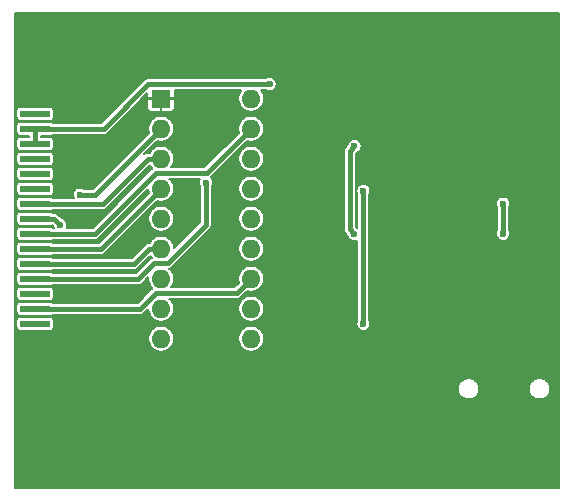
<source format=gbr>
G04 #@! TF.GenerationSoftware,KiCad,Pcbnew,(5.1.5)-3*
G04 #@! TF.CreationDate,2020-01-25T15:55:35+03:00*
G04 #@! TF.ProjectId,CASIO PB-1000 YM2413 Soundcard,43415349-4f20-4504-922d-313030302059,rev?*
G04 #@! TF.SameCoordinates,Original*
G04 #@! TF.FileFunction,Copper,L2,Bot*
G04 #@! TF.FilePolarity,Positive*
%FSLAX46Y46*%
G04 Gerber Fmt 4.6, Leading zero omitted, Abs format (unit mm)*
G04 Created by KiCad (PCBNEW (5.1.5)-3) date 2020-01-25 15:55:35*
%MOMM*%
%LPD*%
G04 APERTURE LIST*
%ADD10O,1.600000X1.600000*%
%ADD11R,1.600000X1.600000*%
%ADD12R,2.540000X0.600000*%
%ADD13C,0.600000*%
%ADD14C,0.400000*%
%ADD15C,0.200000*%
G04 APERTURE END LIST*
D10*
X132588000Y-96520000D03*
X124968000Y-116840000D03*
X132588000Y-99060000D03*
X124968000Y-114300000D03*
X132588000Y-101600000D03*
X124968000Y-111760000D03*
X132588000Y-104140000D03*
X124968000Y-109220000D03*
X132588000Y-106680000D03*
X124968000Y-106680000D03*
X132588000Y-109220000D03*
X124968000Y-104140000D03*
X132588000Y-111760000D03*
X124968000Y-101600000D03*
X132588000Y-114300000D03*
X124968000Y-99060000D03*
X132588000Y-116840000D03*
D11*
X124968000Y-96520000D03*
D12*
X114300000Y-97790000D03*
X114300000Y-99060000D03*
X114300000Y-100330000D03*
X114300000Y-101600000D03*
X114300000Y-102870000D03*
X114300000Y-104140000D03*
X114300000Y-105410000D03*
X114300000Y-106680000D03*
X114300000Y-107950000D03*
X114300000Y-109220000D03*
X114300000Y-110490000D03*
X114300000Y-111760000D03*
X114300000Y-113030000D03*
X114300000Y-114300000D03*
X114300000Y-115570000D03*
D13*
X147320000Y-106934000D03*
X139446000Y-105410000D03*
X153924000Y-107950000D03*
X153924000Y-105410000D03*
X142096100Y-104320200D03*
X142096100Y-115574700D03*
X134166600Y-95282100D03*
X116432600Y-107217300D03*
X128778000Y-103632000D03*
X118110000Y-104648000D03*
X141342900Y-100530400D03*
X141342900Y-107988300D03*
D14*
X153924000Y-105410000D02*
X153924000Y-107950000D01*
X142096100Y-104320200D02*
X142096100Y-115574700D01*
X123885898Y-95282100D02*
X133600915Y-95282100D01*
X133600915Y-95282100D02*
X134166600Y-95282100D01*
X120107998Y-99060000D02*
X123885898Y-95282100D01*
X114300000Y-99060000D02*
X120107998Y-99060000D01*
X114300000Y-100330000D02*
X114300000Y-99060000D01*
X123836630Y-101600000D02*
X124968000Y-101600000D01*
X120026630Y-105410000D02*
X123836630Y-101600000D01*
X114300000Y-105410000D02*
X120026630Y-105410000D01*
X115895300Y-106680000D02*
X116432600Y-107217300D01*
X114300000Y-106680000D02*
X115895300Y-106680000D01*
X124531997Y-102800001D02*
X119381998Y-107950000D01*
X132588000Y-99060000D02*
X128847999Y-102800001D01*
X119381998Y-107950000D02*
X114300000Y-107950000D01*
X128847999Y-102800001D02*
X124531997Y-102800001D01*
X119888000Y-109220000D02*
X124968000Y-104140000D01*
X114300000Y-109220000D02*
X119888000Y-109220000D01*
X114300000Y-110490000D02*
X122682000Y-110490000D01*
X122682000Y-110490000D02*
X123952000Y-109220000D01*
X123952000Y-109220000D02*
X124968000Y-109220000D01*
X114300000Y-111760000D02*
X123052000Y-111760000D01*
X125544001Y-110420001D02*
X128778000Y-107186002D01*
X124391999Y-110420001D02*
X125544001Y-110420001D01*
X123052000Y-111760000D02*
X124391999Y-110420001D01*
X128778000Y-107186002D02*
X128778000Y-103632000D01*
X131788001Y-112559999D02*
X132588000Y-111760000D01*
X131387999Y-112960001D02*
X131788001Y-112559999D01*
X124531997Y-112960001D02*
X131387999Y-112960001D01*
X123191998Y-114300000D02*
X124531997Y-112960001D01*
X114300000Y-114300000D02*
X123191998Y-114300000D01*
X119380000Y-104648000D02*
X124968000Y-99060000D01*
X118110000Y-104648000D02*
X119380000Y-104648000D01*
X140942901Y-107588301D02*
X141342900Y-107988300D01*
X140942901Y-100930399D02*
X140942901Y-107588301D01*
X141342900Y-100530400D02*
X140942901Y-100930399D01*
D15*
G36*
X158679001Y-129469000D02*
G01*
X112593000Y-129469000D01*
X112593000Y-120992358D01*
X150111000Y-120992358D01*
X150111000Y-121169642D01*
X150145586Y-121343520D01*
X150213430Y-121507310D01*
X150311924Y-121654717D01*
X150437283Y-121780076D01*
X150584690Y-121878570D01*
X150748480Y-121946414D01*
X150922358Y-121981000D01*
X151099642Y-121981000D01*
X151273520Y-121946414D01*
X151437310Y-121878570D01*
X151584717Y-121780076D01*
X151710076Y-121654717D01*
X151808570Y-121507310D01*
X151876414Y-121343520D01*
X151911000Y-121169642D01*
X151911000Y-120992358D01*
X156111000Y-120992358D01*
X156111000Y-121169642D01*
X156145586Y-121343520D01*
X156213430Y-121507310D01*
X156311924Y-121654717D01*
X156437283Y-121780076D01*
X156584690Y-121878570D01*
X156748480Y-121946414D01*
X156922358Y-121981000D01*
X157099642Y-121981000D01*
X157273520Y-121946414D01*
X157437310Y-121878570D01*
X157584717Y-121780076D01*
X157710076Y-121654717D01*
X157808570Y-121507310D01*
X157876414Y-121343520D01*
X157911000Y-121169642D01*
X157911000Y-120992358D01*
X157876414Y-120818480D01*
X157808570Y-120654690D01*
X157710076Y-120507283D01*
X157584717Y-120381924D01*
X157437310Y-120283430D01*
X157273520Y-120215586D01*
X157099642Y-120181000D01*
X156922358Y-120181000D01*
X156748480Y-120215586D01*
X156584690Y-120283430D01*
X156437283Y-120381924D01*
X156311924Y-120507283D01*
X156213430Y-120654690D01*
X156145586Y-120818480D01*
X156111000Y-120992358D01*
X151911000Y-120992358D01*
X151876414Y-120818480D01*
X151808570Y-120654690D01*
X151710076Y-120507283D01*
X151584717Y-120381924D01*
X151437310Y-120283430D01*
X151273520Y-120215586D01*
X151099642Y-120181000D01*
X150922358Y-120181000D01*
X150748480Y-120215586D01*
X150584690Y-120283430D01*
X150437283Y-120381924D01*
X150311924Y-120507283D01*
X150213430Y-120654690D01*
X150145586Y-120818480D01*
X150111000Y-120992358D01*
X112593000Y-120992358D01*
X112593000Y-116731659D01*
X123868000Y-116731659D01*
X123868000Y-116948341D01*
X123910273Y-117160858D01*
X123993193Y-117361045D01*
X124113575Y-117541209D01*
X124266791Y-117694425D01*
X124446955Y-117814807D01*
X124647142Y-117897727D01*
X124859659Y-117940000D01*
X125076341Y-117940000D01*
X125288858Y-117897727D01*
X125489045Y-117814807D01*
X125669209Y-117694425D01*
X125822425Y-117541209D01*
X125942807Y-117361045D01*
X126025727Y-117160858D01*
X126068000Y-116948341D01*
X126068000Y-116731659D01*
X131488000Y-116731659D01*
X131488000Y-116948341D01*
X131530273Y-117160858D01*
X131613193Y-117361045D01*
X131733575Y-117541209D01*
X131886791Y-117694425D01*
X132066955Y-117814807D01*
X132267142Y-117897727D01*
X132479659Y-117940000D01*
X132696341Y-117940000D01*
X132908858Y-117897727D01*
X133109045Y-117814807D01*
X133289209Y-117694425D01*
X133442425Y-117541209D01*
X133562807Y-117361045D01*
X133645727Y-117160858D01*
X133688000Y-116948341D01*
X133688000Y-116731659D01*
X133645727Y-116519142D01*
X133562807Y-116318955D01*
X133442425Y-116138791D01*
X133289209Y-115985575D01*
X133109045Y-115865193D01*
X132908858Y-115782273D01*
X132696341Y-115740000D01*
X132479659Y-115740000D01*
X132267142Y-115782273D01*
X132066955Y-115865193D01*
X131886791Y-115985575D01*
X131733575Y-116138791D01*
X131613193Y-116318955D01*
X131530273Y-116519142D01*
X131488000Y-116731659D01*
X126068000Y-116731659D01*
X126025727Y-116519142D01*
X125942807Y-116318955D01*
X125822425Y-116138791D01*
X125669209Y-115985575D01*
X125489045Y-115865193D01*
X125288858Y-115782273D01*
X125076341Y-115740000D01*
X124859659Y-115740000D01*
X124647142Y-115782273D01*
X124446955Y-115865193D01*
X124266791Y-115985575D01*
X124113575Y-116138791D01*
X123993193Y-116318955D01*
X123910273Y-116519142D01*
X123868000Y-116731659D01*
X112593000Y-116731659D01*
X112593000Y-115270000D01*
X112728549Y-115270000D01*
X112728549Y-115870000D01*
X112734341Y-115928810D01*
X112751496Y-115985360D01*
X112779353Y-116037477D01*
X112816842Y-116083158D01*
X112862523Y-116120647D01*
X112914640Y-116148504D01*
X112971190Y-116165659D01*
X113030000Y-116171451D01*
X115570000Y-116171451D01*
X115628810Y-116165659D01*
X115685360Y-116148504D01*
X115737477Y-116120647D01*
X115783158Y-116083158D01*
X115820647Y-116037477D01*
X115848504Y-115985360D01*
X115865659Y-115928810D01*
X115871451Y-115870000D01*
X115871451Y-115270000D01*
X115865659Y-115211190D01*
X115848504Y-115154640D01*
X115820647Y-115102523D01*
X115783158Y-115056842D01*
X115737477Y-115019353D01*
X115685360Y-114991496D01*
X115628810Y-114974341D01*
X115570000Y-114968549D01*
X113030000Y-114968549D01*
X112971190Y-114974341D01*
X112914640Y-114991496D01*
X112862523Y-115019353D01*
X112816842Y-115056842D01*
X112779353Y-115102523D01*
X112751496Y-115154640D01*
X112734341Y-115211190D01*
X112728549Y-115270000D01*
X112593000Y-115270000D01*
X112593000Y-112730000D01*
X112728549Y-112730000D01*
X112728549Y-113330000D01*
X112734341Y-113388810D01*
X112751496Y-113445360D01*
X112779353Y-113497477D01*
X112816842Y-113543158D01*
X112862523Y-113580647D01*
X112914640Y-113608504D01*
X112971190Y-113625659D01*
X113030000Y-113631451D01*
X115570000Y-113631451D01*
X115628810Y-113625659D01*
X115685360Y-113608504D01*
X115737477Y-113580647D01*
X115783158Y-113543158D01*
X115820647Y-113497477D01*
X115848504Y-113445360D01*
X115865659Y-113388810D01*
X115871451Y-113330000D01*
X115871451Y-112730000D01*
X115865659Y-112671190D01*
X115848504Y-112614640D01*
X115820647Y-112562523D01*
X115783158Y-112516842D01*
X115737477Y-112479353D01*
X115685360Y-112451496D01*
X115628810Y-112434341D01*
X115570000Y-112428549D01*
X113030000Y-112428549D01*
X112971190Y-112434341D01*
X112914640Y-112451496D01*
X112862523Y-112479353D01*
X112816842Y-112516842D01*
X112779353Y-112562523D01*
X112751496Y-112614640D01*
X112734341Y-112671190D01*
X112728549Y-112730000D01*
X112593000Y-112730000D01*
X112593000Y-105110000D01*
X112728549Y-105110000D01*
X112728549Y-105710000D01*
X112734341Y-105768810D01*
X112751496Y-105825360D01*
X112779353Y-105877477D01*
X112816842Y-105923158D01*
X112862523Y-105960647D01*
X112914640Y-105988504D01*
X112971190Y-106005659D01*
X113030000Y-106011451D01*
X115570000Y-106011451D01*
X115628810Y-106005659D01*
X115685360Y-105988504D01*
X115737477Y-105960647D01*
X115783158Y-105923158D01*
X115793956Y-105910000D01*
X120002070Y-105910000D01*
X120026630Y-105912419D01*
X120051190Y-105910000D01*
X120124647Y-105902765D01*
X120218897Y-105874175D01*
X120305759Y-105827746D01*
X120381894Y-105765264D01*
X120397559Y-105746176D01*
X124005009Y-102138728D01*
X124113575Y-102301209D01*
X124220876Y-102408510D01*
X124176733Y-102444737D01*
X124161077Y-102463814D01*
X119174893Y-107450000D01*
X116985648Y-107450000D01*
X117009542Y-107392314D01*
X117032600Y-107276395D01*
X117032600Y-107158205D01*
X117009542Y-107042286D01*
X116964313Y-106933093D01*
X116898650Y-106834822D01*
X116815078Y-106751250D01*
X116716807Y-106685587D01*
X116607614Y-106640358D01*
X116551627Y-106629221D01*
X116266229Y-106343824D01*
X116250564Y-106324736D01*
X116174429Y-106262254D01*
X116087567Y-106215825D01*
X115993317Y-106187235D01*
X115919860Y-106180000D01*
X115895300Y-106177581D01*
X115870740Y-106180000D01*
X115793956Y-106180000D01*
X115783158Y-106166842D01*
X115737477Y-106129353D01*
X115685360Y-106101496D01*
X115628810Y-106084341D01*
X115570000Y-106078549D01*
X113030000Y-106078549D01*
X112971190Y-106084341D01*
X112914640Y-106101496D01*
X112862523Y-106129353D01*
X112816842Y-106166842D01*
X112779353Y-106212523D01*
X112751496Y-106264640D01*
X112734341Y-106321190D01*
X112728549Y-106380000D01*
X112728549Y-106980000D01*
X112734341Y-107038810D01*
X112751496Y-107095360D01*
X112779353Y-107147477D01*
X112816842Y-107193158D01*
X112862523Y-107230647D01*
X112914640Y-107258504D01*
X112971190Y-107275659D01*
X113030000Y-107281451D01*
X115570000Y-107281451D01*
X115628810Y-107275659D01*
X115685360Y-107258504D01*
X115737477Y-107230647D01*
X115738227Y-107230032D01*
X115844521Y-107336327D01*
X115855658Y-107392314D01*
X115879552Y-107450000D01*
X115793956Y-107450000D01*
X115783158Y-107436842D01*
X115737477Y-107399353D01*
X115685360Y-107371496D01*
X115628810Y-107354341D01*
X115570000Y-107348549D01*
X113030000Y-107348549D01*
X112971190Y-107354341D01*
X112914640Y-107371496D01*
X112862523Y-107399353D01*
X112816842Y-107436842D01*
X112779353Y-107482523D01*
X112751496Y-107534640D01*
X112734341Y-107591190D01*
X112728549Y-107650000D01*
X112728549Y-108250000D01*
X112734341Y-108308810D01*
X112751496Y-108365360D01*
X112779353Y-108417477D01*
X112816842Y-108463158D01*
X112862523Y-108500647D01*
X112914640Y-108528504D01*
X112971190Y-108545659D01*
X113030000Y-108551451D01*
X115570000Y-108551451D01*
X115628810Y-108545659D01*
X115685360Y-108528504D01*
X115737477Y-108500647D01*
X115783158Y-108463158D01*
X115793956Y-108450000D01*
X119357438Y-108450000D01*
X119381998Y-108452419D01*
X119406558Y-108450000D01*
X119480015Y-108442765D01*
X119574265Y-108414175D01*
X119661127Y-108367746D01*
X119737262Y-108305264D01*
X119752927Y-108286176D01*
X123868000Y-104171105D01*
X123868000Y-104248341D01*
X123910273Y-104460858D01*
X123918990Y-104481903D01*
X119680895Y-108720000D01*
X115793956Y-108720000D01*
X115783158Y-108706842D01*
X115737477Y-108669353D01*
X115685360Y-108641496D01*
X115628810Y-108624341D01*
X115570000Y-108618549D01*
X113030000Y-108618549D01*
X112971190Y-108624341D01*
X112914640Y-108641496D01*
X112862523Y-108669353D01*
X112816842Y-108706842D01*
X112779353Y-108752523D01*
X112751496Y-108804640D01*
X112734341Y-108861190D01*
X112728549Y-108920000D01*
X112728549Y-109520000D01*
X112734341Y-109578810D01*
X112751496Y-109635360D01*
X112779353Y-109687477D01*
X112816842Y-109733158D01*
X112862523Y-109770647D01*
X112914640Y-109798504D01*
X112971190Y-109815659D01*
X113030000Y-109821451D01*
X115570000Y-109821451D01*
X115628810Y-109815659D01*
X115685360Y-109798504D01*
X115737477Y-109770647D01*
X115783158Y-109733158D01*
X115793956Y-109720000D01*
X119863440Y-109720000D01*
X119888000Y-109722419D01*
X119912560Y-109720000D01*
X119986017Y-109712765D01*
X120080267Y-109684175D01*
X120167129Y-109637746D01*
X120243264Y-109575264D01*
X120258929Y-109556176D01*
X123243447Y-106571659D01*
X123868000Y-106571659D01*
X123868000Y-106788341D01*
X123910273Y-107000858D01*
X123993193Y-107201045D01*
X124113575Y-107381209D01*
X124266791Y-107534425D01*
X124446955Y-107654807D01*
X124647142Y-107737727D01*
X124859659Y-107780000D01*
X125076341Y-107780000D01*
X125288858Y-107737727D01*
X125489045Y-107654807D01*
X125669209Y-107534425D01*
X125822425Y-107381209D01*
X125942807Y-107201045D01*
X126025727Y-107000858D01*
X126068000Y-106788341D01*
X126068000Y-106571659D01*
X126025727Y-106359142D01*
X125942807Y-106158955D01*
X125822425Y-105978791D01*
X125669209Y-105825575D01*
X125489045Y-105705193D01*
X125288858Y-105622273D01*
X125076341Y-105580000D01*
X124859659Y-105580000D01*
X124647142Y-105622273D01*
X124446955Y-105705193D01*
X124266791Y-105825575D01*
X124113575Y-105978791D01*
X123993193Y-106158955D01*
X123910273Y-106359142D01*
X123868000Y-106571659D01*
X123243447Y-106571659D01*
X124626097Y-105189010D01*
X124647142Y-105197727D01*
X124859659Y-105240000D01*
X125076341Y-105240000D01*
X125288858Y-105197727D01*
X125489045Y-105114807D01*
X125669209Y-104994425D01*
X125822425Y-104841209D01*
X125942807Y-104661045D01*
X126025727Y-104460858D01*
X126068000Y-104248341D01*
X126068000Y-104031659D01*
X126025727Y-103819142D01*
X125942807Y-103618955D01*
X125822425Y-103438791D01*
X125683635Y-103300001D01*
X128278221Y-103300001D01*
X128246287Y-103347793D01*
X128201058Y-103456986D01*
X128178000Y-103572905D01*
X128178000Y-103691095D01*
X128201058Y-103807014D01*
X128246287Y-103916207D01*
X128278001Y-103963670D01*
X128278000Y-106978895D01*
X126068000Y-109188896D01*
X126068000Y-109111659D01*
X126025727Y-108899142D01*
X125942807Y-108698955D01*
X125822425Y-108518791D01*
X125669209Y-108365575D01*
X125489045Y-108245193D01*
X125288858Y-108162273D01*
X125076341Y-108120000D01*
X124859659Y-108120000D01*
X124647142Y-108162273D01*
X124446955Y-108245193D01*
X124266791Y-108365575D01*
X124113575Y-108518791D01*
X123993193Y-108698955D01*
X123984476Y-108720000D01*
X123976557Y-108720000D01*
X123951999Y-108717581D01*
X123927441Y-108720000D01*
X123927440Y-108720000D01*
X123853983Y-108727235D01*
X123759733Y-108755825D01*
X123672871Y-108802254D01*
X123596736Y-108864736D01*
X123581080Y-108883813D01*
X122474895Y-109990000D01*
X115793956Y-109990000D01*
X115783158Y-109976842D01*
X115737477Y-109939353D01*
X115685360Y-109911496D01*
X115628810Y-109894341D01*
X115570000Y-109888549D01*
X113030000Y-109888549D01*
X112971190Y-109894341D01*
X112914640Y-109911496D01*
X112862523Y-109939353D01*
X112816842Y-109976842D01*
X112779353Y-110022523D01*
X112751496Y-110074640D01*
X112734341Y-110131190D01*
X112728549Y-110190000D01*
X112728549Y-110790000D01*
X112734341Y-110848810D01*
X112751496Y-110905360D01*
X112779353Y-110957477D01*
X112816842Y-111003158D01*
X112862523Y-111040647D01*
X112914640Y-111068504D01*
X112971190Y-111085659D01*
X113030000Y-111091451D01*
X115570000Y-111091451D01*
X115628810Y-111085659D01*
X115685360Y-111068504D01*
X115737477Y-111040647D01*
X115783158Y-111003158D01*
X115793956Y-110990000D01*
X122657440Y-110990000D01*
X122682000Y-110992419D01*
X122706560Y-110990000D01*
X122780017Y-110982765D01*
X122874267Y-110954175D01*
X122961129Y-110907746D01*
X123037264Y-110845264D01*
X123052929Y-110826176D01*
X124051219Y-109827887D01*
X124113575Y-109921209D01*
X124166145Y-109973779D01*
X124112870Y-110002255D01*
X124036735Y-110064737D01*
X124021079Y-110083814D01*
X122844895Y-111260000D01*
X115793956Y-111260000D01*
X115783158Y-111246842D01*
X115737477Y-111209353D01*
X115685360Y-111181496D01*
X115628810Y-111164341D01*
X115570000Y-111158549D01*
X113030000Y-111158549D01*
X112971190Y-111164341D01*
X112914640Y-111181496D01*
X112862523Y-111209353D01*
X112816842Y-111246842D01*
X112779353Y-111292523D01*
X112751496Y-111344640D01*
X112734341Y-111401190D01*
X112728549Y-111460000D01*
X112728549Y-112060000D01*
X112734341Y-112118810D01*
X112751496Y-112175360D01*
X112779353Y-112227477D01*
X112816842Y-112273158D01*
X112862523Y-112310647D01*
X112914640Y-112338504D01*
X112971190Y-112355659D01*
X113030000Y-112361451D01*
X115570000Y-112361451D01*
X115628810Y-112355659D01*
X115685360Y-112338504D01*
X115737477Y-112310647D01*
X115783158Y-112273158D01*
X115793956Y-112260000D01*
X123027440Y-112260000D01*
X123052000Y-112262419D01*
X123076560Y-112260000D01*
X123150017Y-112252765D01*
X123244267Y-112224175D01*
X123331129Y-112177746D01*
X123407264Y-112115264D01*
X123422929Y-112096176D01*
X123868137Y-111650968D01*
X123868000Y-111651659D01*
X123868000Y-111868341D01*
X123910273Y-112080858D01*
X123993193Y-112281045D01*
X124113575Y-112461209D01*
X124220876Y-112568510D01*
X124176733Y-112604737D01*
X124161077Y-112623814D01*
X122984893Y-113800000D01*
X115793956Y-113800000D01*
X115783158Y-113786842D01*
X115737477Y-113749353D01*
X115685360Y-113721496D01*
X115628810Y-113704341D01*
X115570000Y-113698549D01*
X113030000Y-113698549D01*
X112971190Y-113704341D01*
X112914640Y-113721496D01*
X112862523Y-113749353D01*
X112816842Y-113786842D01*
X112779353Y-113832523D01*
X112751496Y-113884640D01*
X112734341Y-113941190D01*
X112728549Y-114000000D01*
X112728549Y-114600000D01*
X112734341Y-114658810D01*
X112751496Y-114715360D01*
X112779353Y-114767477D01*
X112816842Y-114813158D01*
X112862523Y-114850647D01*
X112914640Y-114878504D01*
X112971190Y-114895659D01*
X113030000Y-114901451D01*
X115570000Y-114901451D01*
X115628810Y-114895659D01*
X115685360Y-114878504D01*
X115737477Y-114850647D01*
X115783158Y-114813158D01*
X115793956Y-114800000D01*
X123167438Y-114800000D01*
X123191998Y-114802419D01*
X123216558Y-114800000D01*
X123290015Y-114792765D01*
X123384265Y-114764175D01*
X123471127Y-114717746D01*
X123547262Y-114655264D01*
X123562927Y-114636176D01*
X123868000Y-114331103D01*
X123868000Y-114408341D01*
X123910273Y-114620858D01*
X123993193Y-114821045D01*
X124113575Y-115001209D01*
X124266791Y-115154425D01*
X124446955Y-115274807D01*
X124647142Y-115357727D01*
X124859659Y-115400000D01*
X125076341Y-115400000D01*
X125288858Y-115357727D01*
X125489045Y-115274807D01*
X125669209Y-115154425D01*
X125822425Y-115001209D01*
X125942807Y-114821045D01*
X126025727Y-114620858D01*
X126068000Y-114408341D01*
X126068000Y-114191659D01*
X131488000Y-114191659D01*
X131488000Y-114408341D01*
X131530273Y-114620858D01*
X131613193Y-114821045D01*
X131733575Y-115001209D01*
X131886791Y-115154425D01*
X132066955Y-115274807D01*
X132267142Y-115357727D01*
X132479659Y-115400000D01*
X132696341Y-115400000D01*
X132908858Y-115357727D01*
X133109045Y-115274807D01*
X133289209Y-115154425D01*
X133442425Y-115001209D01*
X133562807Y-114821045D01*
X133645727Y-114620858D01*
X133688000Y-114408341D01*
X133688000Y-114191659D01*
X133645727Y-113979142D01*
X133562807Y-113778955D01*
X133442425Y-113598791D01*
X133289209Y-113445575D01*
X133109045Y-113325193D01*
X132908858Y-113242273D01*
X132696341Y-113200000D01*
X132479659Y-113200000D01*
X132267142Y-113242273D01*
X132066955Y-113325193D01*
X131886791Y-113445575D01*
X131733575Y-113598791D01*
X131613193Y-113778955D01*
X131530273Y-113979142D01*
X131488000Y-114191659D01*
X126068000Y-114191659D01*
X126025727Y-113979142D01*
X125942807Y-113778955D01*
X125822425Y-113598791D01*
X125683635Y-113460001D01*
X131363439Y-113460001D01*
X131387999Y-113462420D01*
X131412559Y-113460001D01*
X131486016Y-113452766D01*
X131580266Y-113424176D01*
X131667128Y-113377747D01*
X131743263Y-113315265D01*
X131758927Y-113296178D01*
X132158920Y-112896187D01*
X132158929Y-112896176D01*
X132246096Y-112809009D01*
X132267142Y-112817727D01*
X132479659Y-112860000D01*
X132696341Y-112860000D01*
X132908858Y-112817727D01*
X133109045Y-112734807D01*
X133289209Y-112614425D01*
X133442425Y-112461209D01*
X133562807Y-112281045D01*
X133645727Y-112080858D01*
X133688000Y-111868341D01*
X133688000Y-111651659D01*
X133645727Y-111439142D01*
X133562807Y-111238955D01*
X133442425Y-111058791D01*
X133289209Y-110905575D01*
X133109045Y-110785193D01*
X132908858Y-110702273D01*
X132696341Y-110660000D01*
X132479659Y-110660000D01*
X132267142Y-110702273D01*
X132066955Y-110785193D01*
X131886791Y-110905575D01*
X131733575Y-111058791D01*
X131613193Y-111238955D01*
X131530273Y-111439142D01*
X131488000Y-111651659D01*
X131488000Y-111868341D01*
X131530273Y-112080858D01*
X131538991Y-112101904D01*
X131451824Y-112189071D01*
X131451813Y-112189080D01*
X131180893Y-112460001D01*
X125823232Y-112460001D01*
X125942807Y-112281045D01*
X126025727Y-112080858D01*
X126068000Y-111868341D01*
X126068000Y-111651659D01*
X126025727Y-111439142D01*
X125942807Y-111238955D01*
X125822425Y-111058791D01*
X125669209Y-110905575D01*
X125668121Y-110904848D01*
X125736268Y-110884176D01*
X125823130Y-110837747D01*
X125899265Y-110775265D01*
X125914930Y-110756177D01*
X127559449Y-109111659D01*
X131488000Y-109111659D01*
X131488000Y-109328341D01*
X131530273Y-109540858D01*
X131613193Y-109741045D01*
X131733575Y-109921209D01*
X131886791Y-110074425D01*
X132066955Y-110194807D01*
X132267142Y-110277727D01*
X132479659Y-110320000D01*
X132696341Y-110320000D01*
X132908858Y-110277727D01*
X133109045Y-110194807D01*
X133289209Y-110074425D01*
X133442425Y-109921209D01*
X133562807Y-109741045D01*
X133645727Y-109540858D01*
X133688000Y-109328341D01*
X133688000Y-109111659D01*
X133645727Y-108899142D01*
X133562807Y-108698955D01*
X133442425Y-108518791D01*
X133289209Y-108365575D01*
X133109045Y-108245193D01*
X132908858Y-108162273D01*
X132696341Y-108120000D01*
X132479659Y-108120000D01*
X132267142Y-108162273D01*
X132066955Y-108245193D01*
X131886791Y-108365575D01*
X131733575Y-108518791D01*
X131613193Y-108698955D01*
X131530273Y-108899142D01*
X131488000Y-109111659D01*
X127559449Y-109111659D01*
X129114187Y-107556922D01*
X129133264Y-107541266D01*
X129195746Y-107465131D01*
X129242175Y-107378269D01*
X129270765Y-107284019D01*
X129278000Y-107210562D01*
X129278000Y-107210553D01*
X129280418Y-107186003D01*
X129278000Y-107161453D01*
X129278000Y-106571659D01*
X131488000Y-106571659D01*
X131488000Y-106788341D01*
X131530273Y-107000858D01*
X131613193Y-107201045D01*
X131733575Y-107381209D01*
X131886791Y-107534425D01*
X132066955Y-107654807D01*
X132267142Y-107737727D01*
X132479659Y-107780000D01*
X132696341Y-107780000D01*
X132908858Y-107737727D01*
X133109045Y-107654807D01*
X133289209Y-107534425D01*
X133442425Y-107381209D01*
X133562807Y-107201045D01*
X133645727Y-107000858D01*
X133688000Y-106788341D01*
X133688000Y-106571659D01*
X133645727Y-106359142D01*
X133562807Y-106158955D01*
X133442425Y-105978791D01*
X133289209Y-105825575D01*
X133109045Y-105705193D01*
X132908858Y-105622273D01*
X132696341Y-105580000D01*
X132479659Y-105580000D01*
X132267142Y-105622273D01*
X132066955Y-105705193D01*
X131886791Y-105825575D01*
X131733575Y-105978791D01*
X131613193Y-106158955D01*
X131530273Y-106359142D01*
X131488000Y-106571659D01*
X129278000Y-106571659D01*
X129278000Y-104031659D01*
X131488000Y-104031659D01*
X131488000Y-104248341D01*
X131530273Y-104460858D01*
X131613193Y-104661045D01*
X131733575Y-104841209D01*
X131886791Y-104994425D01*
X132066955Y-105114807D01*
X132267142Y-105197727D01*
X132479659Y-105240000D01*
X132696341Y-105240000D01*
X132908858Y-105197727D01*
X133109045Y-105114807D01*
X133289209Y-104994425D01*
X133442425Y-104841209D01*
X133562807Y-104661045D01*
X133645727Y-104460858D01*
X133688000Y-104248341D01*
X133688000Y-104031659D01*
X133645727Y-103819142D01*
X133562807Y-103618955D01*
X133442425Y-103438791D01*
X133289209Y-103285575D01*
X133109045Y-103165193D01*
X132908858Y-103082273D01*
X132696341Y-103040000D01*
X132479659Y-103040000D01*
X132267142Y-103082273D01*
X132066955Y-103165193D01*
X131886791Y-103285575D01*
X131733575Y-103438791D01*
X131613193Y-103618955D01*
X131530273Y-103819142D01*
X131488000Y-104031659D01*
X129278000Y-104031659D01*
X129278000Y-103963669D01*
X129309713Y-103916207D01*
X129354942Y-103807014D01*
X129378000Y-103691095D01*
X129378000Y-103572905D01*
X129354942Y-103456986D01*
X129309713Y-103347793D01*
X129244050Y-103249522D01*
X129173895Y-103179367D01*
X129203263Y-103155265D01*
X129218928Y-103136177D01*
X130863446Y-101491659D01*
X131488000Y-101491659D01*
X131488000Y-101708341D01*
X131530273Y-101920858D01*
X131613193Y-102121045D01*
X131733575Y-102301209D01*
X131886791Y-102454425D01*
X132066955Y-102574807D01*
X132267142Y-102657727D01*
X132479659Y-102700000D01*
X132696341Y-102700000D01*
X132908858Y-102657727D01*
X133109045Y-102574807D01*
X133289209Y-102454425D01*
X133442425Y-102301209D01*
X133562807Y-102121045D01*
X133645727Y-101920858D01*
X133688000Y-101708341D01*
X133688000Y-101491659D01*
X133645727Y-101279142D01*
X133562807Y-101078955D01*
X133463545Y-100930399D01*
X140440482Y-100930399D01*
X140442901Y-100954959D01*
X140442902Y-107563731D01*
X140440482Y-107588301D01*
X140450136Y-107686318D01*
X140469155Y-107749013D01*
X140478727Y-107780568D01*
X140525156Y-107867430D01*
X140587638Y-107943565D01*
X140606720Y-107959225D01*
X140754821Y-108107327D01*
X140765958Y-108163314D01*
X140811187Y-108272507D01*
X140876850Y-108370778D01*
X140960422Y-108454350D01*
X141058693Y-108520013D01*
X141167886Y-108565242D01*
X141283805Y-108588300D01*
X141401995Y-108588300D01*
X141517914Y-108565242D01*
X141596100Y-108532856D01*
X141596101Y-115243030D01*
X141564387Y-115290493D01*
X141519158Y-115399686D01*
X141496100Y-115515605D01*
X141496100Y-115633795D01*
X141519158Y-115749714D01*
X141564387Y-115858907D01*
X141630050Y-115957178D01*
X141713622Y-116040750D01*
X141811893Y-116106413D01*
X141921086Y-116151642D01*
X142037005Y-116174700D01*
X142155195Y-116174700D01*
X142271114Y-116151642D01*
X142380307Y-116106413D01*
X142478578Y-116040750D01*
X142562150Y-115957178D01*
X142627813Y-115858907D01*
X142673042Y-115749714D01*
X142696100Y-115633795D01*
X142696100Y-115515605D01*
X142673042Y-115399686D01*
X142627813Y-115290493D01*
X142596100Y-115243031D01*
X142596100Y-105350905D01*
X153324000Y-105350905D01*
X153324000Y-105469095D01*
X153347058Y-105585014D01*
X153392287Y-105694207D01*
X153424000Y-105741669D01*
X153424001Y-107618330D01*
X153392287Y-107665793D01*
X153347058Y-107774986D01*
X153324000Y-107890905D01*
X153324000Y-108009095D01*
X153347058Y-108125014D01*
X153392287Y-108234207D01*
X153457950Y-108332478D01*
X153541522Y-108416050D01*
X153639793Y-108481713D01*
X153748986Y-108526942D01*
X153864905Y-108550000D01*
X153983095Y-108550000D01*
X154099014Y-108526942D01*
X154208207Y-108481713D01*
X154306478Y-108416050D01*
X154390050Y-108332478D01*
X154455713Y-108234207D01*
X154500942Y-108125014D01*
X154524000Y-108009095D01*
X154524000Y-107890905D01*
X154500942Y-107774986D01*
X154455713Y-107665793D01*
X154424000Y-107618331D01*
X154424000Y-105741669D01*
X154455713Y-105694207D01*
X154500942Y-105585014D01*
X154524000Y-105469095D01*
X154524000Y-105350905D01*
X154500942Y-105234986D01*
X154455713Y-105125793D01*
X154390050Y-105027522D01*
X154306478Y-104943950D01*
X154208207Y-104878287D01*
X154099014Y-104833058D01*
X153983095Y-104810000D01*
X153864905Y-104810000D01*
X153748986Y-104833058D01*
X153639793Y-104878287D01*
X153541522Y-104943950D01*
X153457950Y-105027522D01*
X153392287Y-105125793D01*
X153347058Y-105234986D01*
X153324000Y-105350905D01*
X142596100Y-105350905D01*
X142596100Y-104651869D01*
X142627813Y-104604407D01*
X142673042Y-104495214D01*
X142696100Y-104379295D01*
X142696100Y-104261105D01*
X142673042Y-104145186D01*
X142627813Y-104035993D01*
X142562150Y-103937722D01*
X142478578Y-103854150D01*
X142380307Y-103788487D01*
X142271114Y-103743258D01*
X142155195Y-103720200D01*
X142037005Y-103720200D01*
X141921086Y-103743258D01*
X141811893Y-103788487D01*
X141713622Y-103854150D01*
X141630050Y-103937722D01*
X141564387Y-104035993D01*
X141519158Y-104145186D01*
X141496100Y-104261105D01*
X141496100Y-104379295D01*
X141519158Y-104495214D01*
X141564387Y-104604407D01*
X141596100Y-104651869D01*
X141596100Y-107443744D01*
X141517914Y-107411358D01*
X141461927Y-107400221D01*
X141442901Y-107381196D01*
X141442901Y-101137504D01*
X141461927Y-101118479D01*
X141517914Y-101107342D01*
X141627107Y-101062113D01*
X141725378Y-100996450D01*
X141808950Y-100912878D01*
X141874613Y-100814607D01*
X141919842Y-100705414D01*
X141942900Y-100589495D01*
X141942900Y-100471305D01*
X141919842Y-100355386D01*
X141874613Y-100246193D01*
X141808950Y-100147922D01*
X141725378Y-100064350D01*
X141627107Y-99998687D01*
X141517914Y-99953458D01*
X141401995Y-99930400D01*
X141283805Y-99930400D01*
X141167886Y-99953458D01*
X141058693Y-99998687D01*
X140960422Y-100064350D01*
X140876850Y-100147922D01*
X140811187Y-100246193D01*
X140765958Y-100355386D01*
X140754821Y-100411373D01*
X140606725Y-100559470D01*
X140587637Y-100575135D01*
X140525155Y-100651270D01*
X140478726Y-100738133D01*
X140458809Y-100803792D01*
X140450136Y-100832382D01*
X140440482Y-100930399D01*
X133463545Y-100930399D01*
X133442425Y-100898791D01*
X133289209Y-100745575D01*
X133109045Y-100625193D01*
X132908858Y-100542273D01*
X132696341Y-100500000D01*
X132479659Y-100500000D01*
X132267142Y-100542273D01*
X132066955Y-100625193D01*
X131886791Y-100745575D01*
X131733575Y-100898791D01*
X131613193Y-101078955D01*
X131530273Y-101279142D01*
X131488000Y-101491659D01*
X130863446Y-101491659D01*
X132246096Y-100109010D01*
X132267142Y-100117727D01*
X132479659Y-100160000D01*
X132696341Y-100160000D01*
X132908858Y-100117727D01*
X133109045Y-100034807D01*
X133289209Y-99914425D01*
X133442425Y-99761209D01*
X133562807Y-99581045D01*
X133645727Y-99380858D01*
X133688000Y-99168341D01*
X133688000Y-98951659D01*
X133645727Y-98739142D01*
X133562807Y-98538955D01*
X133442425Y-98358791D01*
X133289209Y-98205575D01*
X133109045Y-98085193D01*
X132908858Y-98002273D01*
X132696341Y-97960000D01*
X132479659Y-97960000D01*
X132267142Y-98002273D01*
X132066955Y-98085193D01*
X131886791Y-98205575D01*
X131733575Y-98358791D01*
X131613193Y-98538955D01*
X131530273Y-98739142D01*
X131488000Y-98951659D01*
X131488000Y-99168341D01*
X131530273Y-99380858D01*
X131538990Y-99401904D01*
X128640894Y-102300001D01*
X125823232Y-102300001D01*
X125942807Y-102121045D01*
X126025727Y-101920858D01*
X126068000Y-101708341D01*
X126068000Y-101491659D01*
X126025727Y-101279142D01*
X125942807Y-101078955D01*
X125822425Y-100898791D01*
X125669209Y-100745575D01*
X125489045Y-100625193D01*
X125288858Y-100542273D01*
X125076341Y-100500000D01*
X124859659Y-100500000D01*
X124647142Y-100542273D01*
X124446955Y-100625193D01*
X124266791Y-100745575D01*
X124113575Y-100898791D01*
X123993193Y-101078955D01*
X123984476Y-101100000D01*
X123861190Y-101100000D01*
X123836630Y-101097581D01*
X123812070Y-101100000D01*
X123738613Y-101107235D01*
X123644363Y-101135825D01*
X123557501Y-101182254D01*
X123531578Y-101203528D01*
X124626097Y-100109010D01*
X124647142Y-100117727D01*
X124859659Y-100160000D01*
X125076341Y-100160000D01*
X125288858Y-100117727D01*
X125489045Y-100034807D01*
X125669209Y-99914425D01*
X125822425Y-99761209D01*
X125942807Y-99581045D01*
X126025727Y-99380858D01*
X126068000Y-99168341D01*
X126068000Y-98951659D01*
X126025727Y-98739142D01*
X125942807Y-98538955D01*
X125822425Y-98358791D01*
X125669209Y-98205575D01*
X125489045Y-98085193D01*
X125288858Y-98002273D01*
X125076341Y-97960000D01*
X124859659Y-97960000D01*
X124647142Y-98002273D01*
X124446955Y-98085193D01*
X124266791Y-98205575D01*
X124113575Y-98358791D01*
X123993193Y-98538955D01*
X123910273Y-98739142D01*
X123868000Y-98951659D01*
X123868000Y-99168341D01*
X123910273Y-99380858D01*
X123918990Y-99401903D01*
X119172895Y-104148000D01*
X118441669Y-104148000D01*
X118394207Y-104116287D01*
X118285014Y-104071058D01*
X118169095Y-104048000D01*
X118050905Y-104048000D01*
X117934986Y-104071058D01*
X117825793Y-104116287D01*
X117727522Y-104181950D01*
X117643950Y-104265522D01*
X117578287Y-104363793D01*
X117533058Y-104472986D01*
X117510000Y-104588905D01*
X117510000Y-104707095D01*
X117533058Y-104823014D01*
X117569089Y-104910000D01*
X115793956Y-104910000D01*
X115783158Y-104896842D01*
X115737477Y-104859353D01*
X115685360Y-104831496D01*
X115628810Y-104814341D01*
X115570000Y-104808549D01*
X113030000Y-104808549D01*
X112971190Y-104814341D01*
X112914640Y-104831496D01*
X112862523Y-104859353D01*
X112816842Y-104896842D01*
X112779353Y-104942523D01*
X112751496Y-104994640D01*
X112734341Y-105051190D01*
X112728549Y-105110000D01*
X112593000Y-105110000D01*
X112593000Y-103840000D01*
X112728549Y-103840000D01*
X112728549Y-104440000D01*
X112734341Y-104498810D01*
X112751496Y-104555360D01*
X112779353Y-104607477D01*
X112816842Y-104653158D01*
X112862523Y-104690647D01*
X112914640Y-104718504D01*
X112971190Y-104735659D01*
X113030000Y-104741451D01*
X115570000Y-104741451D01*
X115628810Y-104735659D01*
X115685360Y-104718504D01*
X115737477Y-104690647D01*
X115783158Y-104653158D01*
X115820647Y-104607477D01*
X115848504Y-104555360D01*
X115865659Y-104498810D01*
X115871451Y-104440000D01*
X115871451Y-103840000D01*
X115865659Y-103781190D01*
X115848504Y-103724640D01*
X115820647Y-103672523D01*
X115783158Y-103626842D01*
X115737477Y-103589353D01*
X115685360Y-103561496D01*
X115628810Y-103544341D01*
X115570000Y-103538549D01*
X113030000Y-103538549D01*
X112971190Y-103544341D01*
X112914640Y-103561496D01*
X112862523Y-103589353D01*
X112816842Y-103626842D01*
X112779353Y-103672523D01*
X112751496Y-103724640D01*
X112734341Y-103781190D01*
X112728549Y-103840000D01*
X112593000Y-103840000D01*
X112593000Y-102570000D01*
X112728549Y-102570000D01*
X112728549Y-103170000D01*
X112734341Y-103228810D01*
X112751496Y-103285360D01*
X112779353Y-103337477D01*
X112816842Y-103383158D01*
X112862523Y-103420647D01*
X112914640Y-103448504D01*
X112971190Y-103465659D01*
X113030000Y-103471451D01*
X115570000Y-103471451D01*
X115628810Y-103465659D01*
X115685360Y-103448504D01*
X115737477Y-103420647D01*
X115783158Y-103383158D01*
X115820647Y-103337477D01*
X115848504Y-103285360D01*
X115865659Y-103228810D01*
X115871451Y-103170000D01*
X115871451Y-102570000D01*
X115865659Y-102511190D01*
X115848504Y-102454640D01*
X115820647Y-102402523D01*
X115783158Y-102356842D01*
X115737477Y-102319353D01*
X115685360Y-102291496D01*
X115628810Y-102274341D01*
X115570000Y-102268549D01*
X113030000Y-102268549D01*
X112971190Y-102274341D01*
X112914640Y-102291496D01*
X112862523Y-102319353D01*
X112816842Y-102356842D01*
X112779353Y-102402523D01*
X112751496Y-102454640D01*
X112734341Y-102511190D01*
X112728549Y-102570000D01*
X112593000Y-102570000D01*
X112593000Y-101300000D01*
X112728549Y-101300000D01*
X112728549Y-101900000D01*
X112734341Y-101958810D01*
X112751496Y-102015360D01*
X112779353Y-102067477D01*
X112816842Y-102113158D01*
X112862523Y-102150647D01*
X112914640Y-102178504D01*
X112971190Y-102195659D01*
X113030000Y-102201451D01*
X115570000Y-102201451D01*
X115628810Y-102195659D01*
X115685360Y-102178504D01*
X115737477Y-102150647D01*
X115783158Y-102113158D01*
X115820647Y-102067477D01*
X115848504Y-102015360D01*
X115865659Y-101958810D01*
X115871451Y-101900000D01*
X115871451Y-101300000D01*
X115865659Y-101241190D01*
X115848504Y-101184640D01*
X115820647Y-101132523D01*
X115783158Y-101086842D01*
X115737477Y-101049353D01*
X115685360Y-101021496D01*
X115628810Y-101004341D01*
X115570000Y-100998549D01*
X113030000Y-100998549D01*
X112971190Y-101004341D01*
X112914640Y-101021496D01*
X112862523Y-101049353D01*
X112816842Y-101086842D01*
X112779353Y-101132523D01*
X112751496Y-101184640D01*
X112734341Y-101241190D01*
X112728549Y-101300000D01*
X112593000Y-101300000D01*
X112593000Y-98760000D01*
X112728549Y-98760000D01*
X112728549Y-99360000D01*
X112734341Y-99418810D01*
X112751496Y-99475360D01*
X112779353Y-99527477D01*
X112816842Y-99573158D01*
X112862523Y-99610647D01*
X112914640Y-99638504D01*
X112971190Y-99655659D01*
X113030000Y-99661451D01*
X113800001Y-99661451D01*
X113800000Y-99728549D01*
X113030000Y-99728549D01*
X112971190Y-99734341D01*
X112914640Y-99751496D01*
X112862523Y-99779353D01*
X112816842Y-99816842D01*
X112779353Y-99862523D01*
X112751496Y-99914640D01*
X112734341Y-99971190D01*
X112728549Y-100030000D01*
X112728549Y-100630000D01*
X112734341Y-100688810D01*
X112751496Y-100745360D01*
X112779353Y-100797477D01*
X112816842Y-100843158D01*
X112862523Y-100880647D01*
X112914640Y-100908504D01*
X112971190Y-100925659D01*
X113030000Y-100931451D01*
X115570000Y-100931451D01*
X115628810Y-100925659D01*
X115685360Y-100908504D01*
X115737477Y-100880647D01*
X115783158Y-100843158D01*
X115820647Y-100797477D01*
X115848504Y-100745360D01*
X115865659Y-100688810D01*
X115871451Y-100630000D01*
X115871451Y-100030000D01*
X115865659Y-99971190D01*
X115848504Y-99914640D01*
X115820647Y-99862523D01*
X115783158Y-99816842D01*
X115737477Y-99779353D01*
X115685360Y-99751496D01*
X115628810Y-99734341D01*
X115570000Y-99728549D01*
X114800000Y-99728549D01*
X114800000Y-99661451D01*
X115570000Y-99661451D01*
X115628810Y-99655659D01*
X115685360Y-99638504D01*
X115737477Y-99610647D01*
X115783158Y-99573158D01*
X115793956Y-99560000D01*
X120083438Y-99560000D01*
X120107998Y-99562419D01*
X120132558Y-99560000D01*
X120206015Y-99552765D01*
X120300265Y-99524175D01*
X120387127Y-99477746D01*
X120463262Y-99415264D01*
X120478927Y-99396176D01*
X122555104Y-97320000D01*
X123816306Y-97320000D01*
X123823064Y-97388612D01*
X123843077Y-97454587D01*
X123875577Y-97515391D01*
X123919315Y-97568685D01*
X123972609Y-97612423D01*
X124033413Y-97644923D01*
X124099388Y-97664936D01*
X124168000Y-97671694D01*
X124855500Y-97670000D01*
X124943000Y-97582500D01*
X124943000Y-96545000D01*
X124993000Y-96545000D01*
X124993000Y-97582500D01*
X125080500Y-97670000D01*
X125768000Y-97671694D01*
X125836612Y-97664936D01*
X125902587Y-97644923D01*
X125963391Y-97612423D01*
X126016685Y-97568685D01*
X126060423Y-97515391D01*
X126092923Y-97454587D01*
X126112936Y-97388612D01*
X126119694Y-97320000D01*
X126118000Y-96632500D01*
X126030500Y-96545000D01*
X124993000Y-96545000D01*
X124943000Y-96545000D01*
X123905500Y-96545000D01*
X123818000Y-96632500D01*
X123816306Y-97320000D01*
X122555104Y-97320000D01*
X123817139Y-96057966D01*
X123818000Y-96407500D01*
X123905500Y-96495000D01*
X124943000Y-96495000D01*
X124943000Y-96475000D01*
X124993000Y-96475000D01*
X124993000Y-96495000D01*
X126030500Y-96495000D01*
X126118000Y-96407500D01*
X126119541Y-95782100D01*
X131770266Y-95782100D01*
X131733575Y-95818791D01*
X131613193Y-95998955D01*
X131530273Y-96199142D01*
X131488000Y-96411659D01*
X131488000Y-96628341D01*
X131530273Y-96840858D01*
X131613193Y-97041045D01*
X131733575Y-97221209D01*
X131886791Y-97374425D01*
X132066955Y-97494807D01*
X132267142Y-97577727D01*
X132479659Y-97620000D01*
X132696341Y-97620000D01*
X132908858Y-97577727D01*
X133109045Y-97494807D01*
X133289209Y-97374425D01*
X133442425Y-97221209D01*
X133562807Y-97041045D01*
X133645727Y-96840858D01*
X133688000Y-96628341D01*
X133688000Y-96411659D01*
X133645727Y-96199142D01*
X133562807Y-95998955D01*
X133442425Y-95818791D01*
X133405734Y-95782100D01*
X133834931Y-95782100D01*
X133882393Y-95813813D01*
X133991586Y-95859042D01*
X134107505Y-95882100D01*
X134225695Y-95882100D01*
X134341614Y-95859042D01*
X134450807Y-95813813D01*
X134549078Y-95748150D01*
X134632650Y-95664578D01*
X134698313Y-95566307D01*
X134743542Y-95457114D01*
X134766600Y-95341195D01*
X134766600Y-95223005D01*
X134743542Y-95107086D01*
X134698313Y-94997893D01*
X134632650Y-94899622D01*
X134549078Y-94816050D01*
X134450807Y-94750387D01*
X134341614Y-94705158D01*
X134225695Y-94682100D01*
X134107505Y-94682100D01*
X133991586Y-94705158D01*
X133882393Y-94750387D01*
X133834931Y-94782100D01*
X123910447Y-94782100D01*
X123885897Y-94779682D01*
X123861347Y-94782100D01*
X123861338Y-94782100D01*
X123787881Y-94789335D01*
X123693631Y-94817925D01*
X123606769Y-94864354D01*
X123530634Y-94926836D01*
X123514978Y-94945913D01*
X119900893Y-98560000D01*
X115793956Y-98560000D01*
X115783158Y-98546842D01*
X115737477Y-98509353D01*
X115685360Y-98481496D01*
X115628810Y-98464341D01*
X115570000Y-98458549D01*
X113030000Y-98458549D01*
X112971190Y-98464341D01*
X112914640Y-98481496D01*
X112862523Y-98509353D01*
X112816842Y-98546842D01*
X112779353Y-98592523D01*
X112751496Y-98644640D01*
X112734341Y-98701190D01*
X112728549Y-98760000D01*
X112593000Y-98760000D01*
X112593000Y-97490000D01*
X112728549Y-97490000D01*
X112728549Y-98090000D01*
X112734341Y-98148810D01*
X112751496Y-98205360D01*
X112779353Y-98257477D01*
X112816842Y-98303158D01*
X112862523Y-98340647D01*
X112914640Y-98368504D01*
X112971190Y-98385659D01*
X113030000Y-98391451D01*
X115570000Y-98391451D01*
X115628810Y-98385659D01*
X115685360Y-98368504D01*
X115737477Y-98340647D01*
X115783158Y-98303158D01*
X115820647Y-98257477D01*
X115848504Y-98205360D01*
X115865659Y-98148810D01*
X115871451Y-98090000D01*
X115871451Y-97490000D01*
X115865659Y-97431190D01*
X115848504Y-97374640D01*
X115820647Y-97322523D01*
X115783158Y-97276842D01*
X115737477Y-97239353D01*
X115685360Y-97211496D01*
X115628810Y-97194341D01*
X115570000Y-97188549D01*
X113030000Y-97188549D01*
X112971190Y-97194341D01*
X112914640Y-97211496D01*
X112862523Y-97239353D01*
X112816842Y-97276842D01*
X112779353Y-97322523D01*
X112751496Y-97374640D01*
X112734341Y-97431190D01*
X112728549Y-97490000D01*
X112593000Y-97490000D01*
X112593000Y-89225000D01*
X158679000Y-89225000D01*
X158679001Y-129469000D01*
G37*
X158679001Y-129469000D02*
X112593000Y-129469000D01*
X112593000Y-120992358D01*
X150111000Y-120992358D01*
X150111000Y-121169642D01*
X150145586Y-121343520D01*
X150213430Y-121507310D01*
X150311924Y-121654717D01*
X150437283Y-121780076D01*
X150584690Y-121878570D01*
X150748480Y-121946414D01*
X150922358Y-121981000D01*
X151099642Y-121981000D01*
X151273520Y-121946414D01*
X151437310Y-121878570D01*
X151584717Y-121780076D01*
X151710076Y-121654717D01*
X151808570Y-121507310D01*
X151876414Y-121343520D01*
X151911000Y-121169642D01*
X151911000Y-120992358D01*
X156111000Y-120992358D01*
X156111000Y-121169642D01*
X156145586Y-121343520D01*
X156213430Y-121507310D01*
X156311924Y-121654717D01*
X156437283Y-121780076D01*
X156584690Y-121878570D01*
X156748480Y-121946414D01*
X156922358Y-121981000D01*
X157099642Y-121981000D01*
X157273520Y-121946414D01*
X157437310Y-121878570D01*
X157584717Y-121780076D01*
X157710076Y-121654717D01*
X157808570Y-121507310D01*
X157876414Y-121343520D01*
X157911000Y-121169642D01*
X157911000Y-120992358D01*
X157876414Y-120818480D01*
X157808570Y-120654690D01*
X157710076Y-120507283D01*
X157584717Y-120381924D01*
X157437310Y-120283430D01*
X157273520Y-120215586D01*
X157099642Y-120181000D01*
X156922358Y-120181000D01*
X156748480Y-120215586D01*
X156584690Y-120283430D01*
X156437283Y-120381924D01*
X156311924Y-120507283D01*
X156213430Y-120654690D01*
X156145586Y-120818480D01*
X156111000Y-120992358D01*
X151911000Y-120992358D01*
X151876414Y-120818480D01*
X151808570Y-120654690D01*
X151710076Y-120507283D01*
X151584717Y-120381924D01*
X151437310Y-120283430D01*
X151273520Y-120215586D01*
X151099642Y-120181000D01*
X150922358Y-120181000D01*
X150748480Y-120215586D01*
X150584690Y-120283430D01*
X150437283Y-120381924D01*
X150311924Y-120507283D01*
X150213430Y-120654690D01*
X150145586Y-120818480D01*
X150111000Y-120992358D01*
X112593000Y-120992358D01*
X112593000Y-116731659D01*
X123868000Y-116731659D01*
X123868000Y-116948341D01*
X123910273Y-117160858D01*
X123993193Y-117361045D01*
X124113575Y-117541209D01*
X124266791Y-117694425D01*
X124446955Y-117814807D01*
X124647142Y-117897727D01*
X124859659Y-117940000D01*
X125076341Y-117940000D01*
X125288858Y-117897727D01*
X125489045Y-117814807D01*
X125669209Y-117694425D01*
X125822425Y-117541209D01*
X125942807Y-117361045D01*
X126025727Y-117160858D01*
X126068000Y-116948341D01*
X126068000Y-116731659D01*
X131488000Y-116731659D01*
X131488000Y-116948341D01*
X131530273Y-117160858D01*
X131613193Y-117361045D01*
X131733575Y-117541209D01*
X131886791Y-117694425D01*
X132066955Y-117814807D01*
X132267142Y-117897727D01*
X132479659Y-117940000D01*
X132696341Y-117940000D01*
X132908858Y-117897727D01*
X133109045Y-117814807D01*
X133289209Y-117694425D01*
X133442425Y-117541209D01*
X133562807Y-117361045D01*
X133645727Y-117160858D01*
X133688000Y-116948341D01*
X133688000Y-116731659D01*
X133645727Y-116519142D01*
X133562807Y-116318955D01*
X133442425Y-116138791D01*
X133289209Y-115985575D01*
X133109045Y-115865193D01*
X132908858Y-115782273D01*
X132696341Y-115740000D01*
X132479659Y-115740000D01*
X132267142Y-115782273D01*
X132066955Y-115865193D01*
X131886791Y-115985575D01*
X131733575Y-116138791D01*
X131613193Y-116318955D01*
X131530273Y-116519142D01*
X131488000Y-116731659D01*
X126068000Y-116731659D01*
X126025727Y-116519142D01*
X125942807Y-116318955D01*
X125822425Y-116138791D01*
X125669209Y-115985575D01*
X125489045Y-115865193D01*
X125288858Y-115782273D01*
X125076341Y-115740000D01*
X124859659Y-115740000D01*
X124647142Y-115782273D01*
X124446955Y-115865193D01*
X124266791Y-115985575D01*
X124113575Y-116138791D01*
X123993193Y-116318955D01*
X123910273Y-116519142D01*
X123868000Y-116731659D01*
X112593000Y-116731659D01*
X112593000Y-115270000D01*
X112728549Y-115270000D01*
X112728549Y-115870000D01*
X112734341Y-115928810D01*
X112751496Y-115985360D01*
X112779353Y-116037477D01*
X112816842Y-116083158D01*
X112862523Y-116120647D01*
X112914640Y-116148504D01*
X112971190Y-116165659D01*
X113030000Y-116171451D01*
X115570000Y-116171451D01*
X115628810Y-116165659D01*
X115685360Y-116148504D01*
X115737477Y-116120647D01*
X115783158Y-116083158D01*
X115820647Y-116037477D01*
X115848504Y-115985360D01*
X115865659Y-115928810D01*
X115871451Y-115870000D01*
X115871451Y-115270000D01*
X115865659Y-115211190D01*
X115848504Y-115154640D01*
X115820647Y-115102523D01*
X115783158Y-115056842D01*
X115737477Y-115019353D01*
X115685360Y-114991496D01*
X115628810Y-114974341D01*
X115570000Y-114968549D01*
X113030000Y-114968549D01*
X112971190Y-114974341D01*
X112914640Y-114991496D01*
X112862523Y-115019353D01*
X112816842Y-115056842D01*
X112779353Y-115102523D01*
X112751496Y-115154640D01*
X112734341Y-115211190D01*
X112728549Y-115270000D01*
X112593000Y-115270000D01*
X112593000Y-112730000D01*
X112728549Y-112730000D01*
X112728549Y-113330000D01*
X112734341Y-113388810D01*
X112751496Y-113445360D01*
X112779353Y-113497477D01*
X112816842Y-113543158D01*
X112862523Y-113580647D01*
X112914640Y-113608504D01*
X112971190Y-113625659D01*
X113030000Y-113631451D01*
X115570000Y-113631451D01*
X115628810Y-113625659D01*
X115685360Y-113608504D01*
X115737477Y-113580647D01*
X115783158Y-113543158D01*
X115820647Y-113497477D01*
X115848504Y-113445360D01*
X115865659Y-113388810D01*
X115871451Y-113330000D01*
X115871451Y-112730000D01*
X115865659Y-112671190D01*
X115848504Y-112614640D01*
X115820647Y-112562523D01*
X115783158Y-112516842D01*
X115737477Y-112479353D01*
X115685360Y-112451496D01*
X115628810Y-112434341D01*
X115570000Y-112428549D01*
X113030000Y-112428549D01*
X112971190Y-112434341D01*
X112914640Y-112451496D01*
X112862523Y-112479353D01*
X112816842Y-112516842D01*
X112779353Y-112562523D01*
X112751496Y-112614640D01*
X112734341Y-112671190D01*
X112728549Y-112730000D01*
X112593000Y-112730000D01*
X112593000Y-105110000D01*
X112728549Y-105110000D01*
X112728549Y-105710000D01*
X112734341Y-105768810D01*
X112751496Y-105825360D01*
X112779353Y-105877477D01*
X112816842Y-105923158D01*
X112862523Y-105960647D01*
X112914640Y-105988504D01*
X112971190Y-106005659D01*
X113030000Y-106011451D01*
X115570000Y-106011451D01*
X115628810Y-106005659D01*
X115685360Y-105988504D01*
X115737477Y-105960647D01*
X115783158Y-105923158D01*
X115793956Y-105910000D01*
X120002070Y-105910000D01*
X120026630Y-105912419D01*
X120051190Y-105910000D01*
X120124647Y-105902765D01*
X120218897Y-105874175D01*
X120305759Y-105827746D01*
X120381894Y-105765264D01*
X120397559Y-105746176D01*
X124005009Y-102138728D01*
X124113575Y-102301209D01*
X124220876Y-102408510D01*
X124176733Y-102444737D01*
X124161077Y-102463814D01*
X119174893Y-107450000D01*
X116985648Y-107450000D01*
X117009542Y-107392314D01*
X117032600Y-107276395D01*
X117032600Y-107158205D01*
X117009542Y-107042286D01*
X116964313Y-106933093D01*
X116898650Y-106834822D01*
X116815078Y-106751250D01*
X116716807Y-106685587D01*
X116607614Y-106640358D01*
X116551627Y-106629221D01*
X116266229Y-106343824D01*
X116250564Y-106324736D01*
X116174429Y-106262254D01*
X116087567Y-106215825D01*
X115993317Y-106187235D01*
X115919860Y-106180000D01*
X115895300Y-106177581D01*
X115870740Y-106180000D01*
X115793956Y-106180000D01*
X115783158Y-106166842D01*
X115737477Y-106129353D01*
X115685360Y-106101496D01*
X115628810Y-106084341D01*
X115570000Y-106078549D01*
X113030000Y-106078549D01*
X112971190Y-106084341D01*
X112914640Y-106101496D01*
X112862523Y-106129353D01*
X112816842Y-106166842D01*
X112779353Y-106212523D01*
X112751496Y-106264640D01*
X112734341Y-106321190D01*
X112728549Y-106380000D01*
X112728549Y-106980000D01*
X112734341Y-107038810D01*
X112751496Y-107095360D01*
X112779353Y-107147477D01*
X112816842Y-107193158D01*
X112862523Y-107230647D01*
X112914640Y-107258504D01*
X112971190Y-107275659D01*
X113030000Y-107281451D01*
X115570000Y-107281451D01*
X115628810Y-107275659D01*
X115685360Y-107258504D01*
X115737477Y-107230647D01*
X115738227Y-107230032D01*
X115844521Y-107336327D01*
X115855658Y-107392314D01*
X115879552Y-107450000D01*
X115793956Y-107450000D01*
X115783158Y-107436842D01*
X115737477Y-107399353D01*
X115685360Y-107371496D01*
X115628810Y-107354341D01*
X115570000Y-107348549D01*
X113030000Y-107348549D01*
X112971190Y-107354341D01*
X112914640Y-107371496D01*
X112862523Y-107399353D01*
X112816842Y-107436842D01*
X112779353Y-107482523D01*
X112751496Y-107534640D01*
X112734341Y-107591190D01*
X112728549Y-107650000D01*
X112728549Y-108250000D01*
X112734341Y-108308810D01*
X112751496Y-108365360D01*
X112779353Y-108417477D01*
X112816842Y-108463158D01*
X112862523Y-108500647D01*
X112914640Y-108528504D01*
X112971190Y-108545659D01*
X113030000Y-108551451D01*
X115570000Y-108551451D01*
X115628810Y-108545659D01*
X115685360Y-108528504D01*
X115737477Y-108500647D01*
X115783158Y-108463158D01*
X115793956Y-108450000D01*
X119357438Y-108450000D01*
X119381998Y-108452419D01*
X119406558Y-108450000D01*
X119480015Y-108442765D01*
X119574265Y-108414175D01*
X119661127Y-108367746D01*
X119737262Y-108305264D01*
X119752927Y-108286176D01*
X123868000Y-104171105D01*
X123868000Y-104248341D01*
X123910273Y-104460858D01*
X123918990Y-104481903D01*
X119680895Y-108720000D01*
X115793956Y-108720000D01*
X115783158Y-108706842D01*
X115737477Y-108669353D01*
X115685360Y-108641496D01*
X115628810Y-108624341D01*
X115570000Y-108618549D01*
X113030000Y-108618549D01*
X112971190Y-108624341D01*
X112914640Y-108641496D01*
X112862523Y-108669353D01*
X112816842Y-108706842D01*
X112779353Y-108752523D01*
X112751496Y-108804640D01*
X112734341Y-108861190D01*
X112728549Y-108920000D01*
X112728549Y-109520000D01*
X112734341Y-109578810D01*
X112751496Y-109635360D01*
X112779353Y-109687477D01*
X112816842Y-109733158D01*
X112862523Y-109770647D01*
X112914640Y-109798504D01*
X112971190Y-109815659D01*
X113030000Y-109821451D01*
X115570000Y-109821451D01*
X115628810Y-109815659D01*
X115685360Y-109798504D01*
X115737477Y-109770647D01*
X115783158Y-109733158D01*
X115793956Y-109720000D01*
X119863440Y-109720000D01*
X119888000Y-109722419D01*
X119912560Y-109720000D01*
X119986017Y-109712765D01*
X120080267Y-109684175D01*
X120167129Y-109637746D01*
X120243264Y-109575264D01*
X120258929Y-109556176D01*
X123243447Y-106571659D01*
X123868000Y-106571659D01*
X123868000Y-106788341D01*
X123910273Y-107000858D01*
X123993193Y-107201045D01*
X124113575Y-107381209D01*
X124266791Y-107534425D01*
X124446955Y-107654807D01*
X124647142Y-107737727D01*
X124859659Y-107780000D01*
X125076341Y-107780000D01*
X125288858Y-107737727D01*
X125489045Y-107654807D01*
X125669209Y-107534425D01*
X125822425Y-107381209D01*
X125942807Y-107201045D01*
X126025727Y-107000858D01*
X126068000Y-106788341D01*
X126068000Y-106571659D01*
X126025727Y-106359142D01*
X125942807Y-106158955D01*
X125822425Y-105978791D01*
X125669209Y-105825575D01*
X125489045Y-105705193D01*
X125288858Y-105622273D01*
X125076341Y-105580000D01*
X124859659Y-105580000D01*
X124647142Y-105622273D01*
X124446955Y-105705193D01*
X124266791Y-105825575D01*
X124113575Y-105978791D01*
X123993193Y-106158955D01*
X123910273Y-106359142D01*
X123868000Y-106571659D01*
X123243447Y-106571659D01*
X124626097Y-105189010D01*
X124647142Y-105197727D01*
X124859659Y-105240000D01*
X125076341Y-105240000D01*
X125288858Y-105197727D01*
X125489045Y-105114807D01*
X125669209Y-104994425D01*
X125822425Y-104841209D01*
X125942807Y-104661045D01*
X126025727Y-104460858D01*
X126068000Y-104248341D01*
X126068000Y-104031659D01*
X126025727Y-103819142D01*
X125942807Y-103618955D01*
X125822425Y-103438791D01*
X125683635Y-103300001D01*
X128278221Y-103300001D01*
X128246287Y-103347793D01*
X128201058Y-103456986D01*
X128178000Y-103572905D01*
X128178000Y-103691095D01*
X128201058Y-103807014D01*
X128246287Y-103916207D01*
X128278001Y-103963670D01*
X128278000Y-106978895D01*
X126068000Y-109188896D01*
X126068000Y-109111659D01*
X126025727Y-108899142D01*
X125942807Y-108698955D01*
X125822425Y-108518791D01*
X125669209Y-108365575D01*
X125489045Y-108245193D01*
X125288858Y-108162273D01*
X125076341Y-108120000D01*
X124859659Y-108120000D01*
X124647142Y-108162273D01*
X124446955Y-108245193D01*
X124266791Y-108365575D01*
X124113575Y-108518791D01*
X123993193Y-108698955D01*
X123984476Y-108720000D01*
X123976557Y-108720000D01*
X123951999Y-108717581D01*
X123927441Y-108720000D01*
X123927440Y-108720000D01*
X123853983Y-108727235D01*
X123759733Y-108755825D01*
X123672871Y-108802254D01*
X123596736Y-108864736D01*
X123581080Y-108883813D01*
X122474895Y-109990000D01*
X115793956Y-109990000D01*
X115783158Y-109976842D01*
X115737477Y-109939353D01*
X115685360Y-109911496D01*
X115628810Y-109894341D01*
X115570000Y-109888549D01*
X113030000Y-109888549D01*
X112971190Y-109894341D01*
X112914640Y-109911496D01*
X112862523Y-109939353D01*
X112816842Y-109976842D01*
X112779353Y-110022523D01*
X112751496Y-110074640D01*
X112734341Y-110131190D01*
X112728549Y-110190000D01*
X112728549Y-110790000D01*
X112734341Y-110848810D01*
X112751496Y-110905360D01*
X112779353Y-110957477D01*
X112816842Y-111003158D01*
X112862523Y-111040647D01*
X112914640Y-111068504D01*
X112971190Y-111085659D01*
X113030000Y-111091451D01*
X115570000Y-111091451D01*
X115628810Y-111085659D01*
X115685360Y-111068504D01*
X115737477Y-111040647D01*
X115783158Y-111003158D01*
X115793956Y-110990000D01*
X122657440Y-110990000D01*
X122682000Y-110992419D01*
X122706560Y-110990000D01*
X122780017Y-110982765D01*
X122874267Y-110954175D01*
X122961129Y-110907746D01*
X123037264Y-110845264D01*
X123052929Y-110826176D01*
X124051219Y-109827887D01*
X124113575Y-109921209D01*
X124166145Y-109973779D01*
X124112870Y-110002255D01*
X124036735Y-110064737D01*
X124021079Y-110083814D01*
X122844895Y-111260000D01*
X115793956Y-111260000D01*
X115783158Y-111246842D01*
X115737477Y-111209353D01*
X115685360Y-111181496D01*
X115628810Y-111164341D01*
X115570000Y-111158549D01*
X113030000Y-111158549D01*
X112971190Y-111164341D01*
X112914640Y-111181496D01*
X112862523Y-111209353D01*
X112816842Y-111246842D01*
X112779353Y-111292523D01*
X112751496Y-111344640D01*
X112734341Y-111401190D01*
X112728549Y-111460000D01*
X112728549Y-112060000D01*
X112734341Y-112118810D01*
X112751496Y-112175360D01*
X112779353Y-112227477D01*
X112816842Y-112273158D01*
X112862523Y-112310647D01*
X112914640Y-112338504D01*
X112971190Y-112355659D01*
X113030000Y-112361451D01*
X115570000Y-112361451D01*
X115628810Y-112355659D01*
X115685360Y-112338504D01*
X115737477Y-112310647D01*
X115783158Y-112273158D01*
X115793956Y-112260000D01*
X123027440Y-112260000D01*
X123052000Y-112262419D01*
X123076560Y-112260000D01*
X123150017Y-112252765D01*
X123244267Y-112224175D01*
X123331129Y-112177746D01*
X123407264Y-112115264D01*
X123422929Y-112096176D01*
X123868137Y-111650968D01*
X123868000Y-111651659D01*
X123868000Y-111868341D01*
X123910273Y-112080858D01*
X123993193Y-112281045D01*
X124113575Y-112461209D01*
X124220876Y-112568510D01*
X124176733Y-112604737D01*
X124161077Y-112623814D01*
X122984893Y-113800000D01*
X115793956Y-113800000D01*
X115783158Y-113786842D01*
X115737477Y-113749353D01*
X115685360Y-113721496D01*
X115628810Y-113704341D01*
X115570000Y-113698549D01*
X113030000Y-113698549D01*
X112971190Y-113704341D01*
X112914640Y-113721496D01*
X112862523Y-113749353D01*
X112816842Y-113786842D01*
X112779353Y-113832523D01*
X112751496Y-113884640D01*
X112734341Y-113941190D01*
X112728549Y-114000000D01*
X112728549Y-114600000D01*
X112734341Y-114658810D01*
X112751496Y-114715360D01*
X112779353Y-114767477D01*
X112816842Y-114813158D01*
X112862523Y-114850647D01*
X112914640Y-114878504D01*
X112971190Y-114895659D01*
X113030000Y-114901451D01*
X115570000Y-114901451D01*
X115628810Y-114895659D01*
X115685360Y-114878504D01*
X115737477Y-114850647D01*
X115783158Y-114813158D01*
X115793956Y-114800000D01*
X123167438Y-114800000D01*
X123191998Y-114802419D01*
X123216558Y-114800000D01*
X123290015Y-114792765D01*
X123384265Y-114764175D01*
X123471127Y-114717746D01*
X123547262Y-114655264D01*
X123562927Y-114636176D01*
X123868000Y-114331103D01*
X123868000Y-114408341D01*
X123910273Y-114620858D01*
X123993193Y-114821045D01*
X124113575Y-115001209D01*
X124266791Y-115154425D01*
X124446955Y-115274807D01*
X124647142Y-115357727D01*
X124859659Y-115400000D01*
X125076341Y-115400000D01*
X125288858Y-115357727D01*
X125489045Y-115274807D01*
X125669209Y-115154425D01*
X125822425Y-115001209D01*
X125942807Y-114821045D01*
X126025727Y-114620858D01*
X126068000Y-114408341D01*
X126068000Y-114191659D01*
X131488000Y-114191659D01*
X131488000Y-114408341D01*
X131530273Y-114620858D01*
X131613193Y-114821045D01*
X131733575Y-115001209D01*
X131886791Y-115154425D01*
X132066955Y-115274807D01*
X132267142Y-115357727D01*
X132479659Y-115400000D01*
X132696341Y-115400000D01*
X132908858Y-115357727D01*
X133109045Y-115274807D01*
X133289209Y-115154425D01*
X133442425Y-115001209D01*
X133562807Y-114821045D01*
X133645727Y-114620858D01*
X133688000Y-114408341D01*
X133688000Y-114191659D01*
X133645727Y-113979142D01*
X133562807Y-113778955D01*
X133442425Y-113598791D01*
X133289209Y-113445575D01*
X133109045Y-113325193D01*
X132908858Y-113242273D01*
X132696341Y-113200000D01*
X132479659Y-113200000D01*
X132267142Y-113242273D01*
X132066955Y-113325193D01*
X131886791Y-113445575D01*
X131733575Y-113598791D01*
X131613193Y-113778955D01*
X131530273Y-113979142D01*
X131488000Y-114191659D01*
X126068000Y-114191659D01*
X126025727Y-113979142D01*
X125942807Y-113778955D01*
X125822425Y-113598791D01*
X125683635Y-113460001D01*
X131363439Y-113460001D01*
X131387999Y-113462420D01*
X131412559Y-113460001D01*
X131486016Y-113452766D01*
X131580266Y-113424176D01*
X131667128Y-113377747D01*
X131743263Y-113315265D01*
X131758927Y-113296178D01*
X132158920Y-112896187D01*
X132158929Y-112896176D01*
X132246096Y-112809009D01*
X132267142Y-112817727D01*
X132479659Y-112860000D01*
X132696341Y-112860000D01*
X132908858Y-112817727D01*
X133109045Y-112734807D01*
X133289209Y-112614425D01*
X133442425Y-112461209D01*
X133562807Y-112281045D01*
X133645727Y-112080858D01*
X133688000Y-111868341D01*
X133688000Y-111651659D01*
X133645727Y-111439142D01*
X133562807Y-111238955D01*
X133442425Y-111058791D01*
X133289209Y-110905575D01*
X133109045Y-110785193D01*
X132908858Y-110702273D01*
X132696341Y-110660000D01*
X132479659Y-110660000D01*
X132267142Y-110702273D01*
X132066955Y-110785193D01*
X131886791Y-110905575D01*
X131733575Y-111058791D01*
X131613193Y-111238955D01*
X131530273Y-111439142D01*
X131488000Y-111651659D01*
X131488000Y-111868341D01*
X131530273Y-112080858D01*
X131538991Y-112101904D01*
X131451824Y-112189071D01*
X131451813Y-112189080D01*
X131180893Y-112460001D01*
X125823232Y-112460001D01*
X125942807Y-112281045D01*
X126025727Y-112080858D01*
X126068000Y-111868341D01*
X126068000Y-111651659D01*
X126025727Y-111439142D01*
X125942807Y-111238955D01*
X125822425Y-111058791D01*
X125669209Y-110905575D01*
X125668121Y-110904848D01*
X125736268Y-110884176D01*
X125823130Y-110837747D01*
X125899265Y-110775265D01*
X125914930Y-110756177D01*
X127559449Y-109111659D01*
X131488000Y-109111659D01*
X131488000Y-109328341D01*
X131530273Y-109540858D01*
X131613193Y-109741045D01*
X131733575Y-109921209D01*
X131886791Y-110074425D01*
X132066955Y-110194807D01*
X132267142Y-110277727D01*
X132479659Y-110320000D01*
X132696341Y-110320000D01*
X132908858Y-110277727D01*
X133109045Y-110194807D01*
X133289209Y-110074425D01*
X133442425Y-109921209D01*
X133562807Y-109741045D01*
X133645727Y-109540858D01*
X133688000Y-109328341D01*
X133688000Y-109111659D01*
X133645727Y-108899142D01*
X133562807Y-108698955D01*
X133442425Y-108518791D01*
X133289209Y-108365575D01*
X133109045Y-108245193D01*
X132908858Y-108162273D01*
X132696341Y-108120000D01*
X132479659Y-108120000D01*
X132267142Y-108162273D01*
X132066955Y-108245193D01*
X131886791Y-108365575D01*
X131733575Y-108518791D01*
X131613193Y-108698955D01*
X131530273Y-108899142D01*
X131488000Y-109111659D01*
X127559449Y-109111659D01*
X129114187Y-107556922D01*
X129133264Y-107541266D01*
X129195746Y-107465131D01*
X129242175Y-107378269D01*
X129270765Y-107284019D01*
X129278000Y-107210562D01*
X129278000Y-107210553D01*
X129280418Y-107186003D01*
X129278000Y-107161453D01*
X129278000Y-106571659D01*
X131488000Y-106571659D01*
X131488000Y-106788341D01*
X131530273Y-107000858D01*
X131613193Y-107201045D01*
X131733575Y-107381209D01*
X131886791Y-107534425D01*
X132066955Y-107654807D01*
X132267142Y-107737727D01*
X132479659Y-107780000D01*
X132696341Y-107780000D01*
X132908858Y-107737727D01*
X133109045Y-107654807D01*
X133289209Y-107534425D01*
X133442425Y-107381209D01*
X133562807Y-107201045D01*
X133645727Y-107000858D01*
X133688000Y-106788341D01*
X133688000Y-106571659D01*
X133645727Y-106359142D01*
X133562807Y-106158955D01*
X133442425Y-105978791D01*
X133289209Y-105825575D01*
X133109045Y-105705193D01*
X132908858Y-105622273D01*
X132696341Y-105580000D01*
X132479659Y-105580000D01*
X132267142Y-105622273D01*
X132066955Y-105705193D01*
X131886791Y-105825575D01*
X131733575Y-105978791D01*
X131613193Y-106158955D01*
X131530273Y-106359142D01*
X131488000Y-106571659D01*
X129278000Y-106571659D01*
X129278000Y-104031659D01*
X131488000Y-104031659D01*
X131488000Y-104248341D01*
X131530273Y-104460858D01*
X131613193Y-104661045D01*
X131733575Y-104841209D01*
X131886791Y-104994425D01*
X132066955Y-105114807D01*
X132267142Y-105197727D01*
X132479659Y-105240000D01*
X132696341Y-105240000D01*
X132908858Y-105197727D01*
X133109045Y-105114807D01*
X133289209Y-104994425D01*
X133442425Y-104841209D01*
X133562807Y-104661045D01*
X133645727Y-104460858D01*
X133688000Y-104248341D01*
X133688000Y-104031659D01*
X133645727Y-103819142D01*
X133562807Y-103618955D01*
X133442425Y-103438791D01*
X133289209Y-103285575D01*
X133109045Y-103165193D01*
X132908858Y-103082273D01*
X132696341Y-103040000D01*
X132479659Y-103040000D01*
X132267142Y-103082273D01*
X132066955Y-103165193D01*
X131886791Y-103285575D01*
X131733575Y-103438791D01*
X131613193Y-103618955D01*
X131530273Y-103819142D01*
X131488000Y-104031659D01*
X129278000Y-104031659D01*
X129278000Y-103963669D01*
X129309713Y-103916207D01*
X129354942Y-103807014D01*
X129378000Y-103691095D01*
X129378000Y-103572905D01*
X129354942Y-103456986D01*
X129309713Y-103347793D01*
X129244050Y-103249522D01*
X129173895Y-103179367D01*
X129203263Y-103155265D01*
X129218928Y-103136177D01*
X130863446Y-101491659D01*
X131488000Y-101491659D01*
X131488000Y-101708341D01*
X131530273Y-101920858D01*
X131613193Y-102121045D01*
X131733575Y-102301209D01*
X131886791Y-102454425D01*
X132066955Y-102574807D01*
X132267142Y-102657727D01*
X132479659Y-102700000D01*
X132696341Y-102700000D01*
X132908858Y-102657727D01*
X133109045Y-102574807D01*
X133289209Y-102454425D01*
X133442425Y-102301209D01*
X133562807Y-102121045D01*
X133645727Y-101920858D01*
X133688000Y-101708341D01*
X133688000Y-101491659D01*
X133645727Y-101279142D01*
X133562807Y-101078955D01*
X133463545Y-100930399D01*
X140440482Y-100930399D01*
X140442901Y-100954959D01*
X140442902Y-107563731D01*
X140440482Y-107588301D01*
X140450136Y-107686318D01*
X140469155Y-107749013D01*
X140478727Y-107780568D01*
X140525156Y-107867430D01*
X140587638Y-107943565D01*
X140606720Y-107959225D01*
X140754821Y-108107327D01*
X140765958Y-108163314D01*
X140811187Y-108272507D01*
X140876850Y-108370778D01*
X140960422Y-108454350D01*
X141058693Y-108520013D01*
X141167886Y-108565242D01*
X141283805Y-108588300D01*
X141401995Y-108588300D01*
X141517914Y-108565242D01*
X141596100Y-108532856D01*
X141596101Y-115243030D01*
X141564387Y-115290493D01*
X141519158Y-115399686D01*
X141496100Y-115515605D01*
X141496100Y-115633795D01*
X141519158Y-115749714D01*
X141564387Y-115858907D01*
X141630050Y-115957178D01*
X141713622Y-116040750D01*
X141811893Y-116106413D01*
X141921086Y-116151642D01*
X142037005Y-116174700D01*
X142155195Y-116174700D01*
X142271114Y-116151642D01*
X142380307Y-116106413D01*
X142478578Y-116040750D01*
X142562150Y-115957178D01*
X142627813Y-115858907D01*
X142673042Y-115749714D01*
X142696100Y-115633795D01*
X142696100Y-115515605D01*
X142673042Y-115399686D01*
X142627813Y-115290493D01*
X142596100Y-115243031D01*
X142596100Y-105350905D01*
X153324000Y-105350905D01*
X153324000Y-105469095D01*
X153347058Y-105585014D01*
X153392287Y-105694207D01*
X153424000Y-105741669D01*
X153424001Y-107618330D01*
X153392287Y-107665793D01*
X153347058Y-107774986D01*
X153324000Y-107890905D01*
X153324000Y-108009095D01*
X153347058Y-108125014D01*
X153392287Y-108234207D01*
X153457950Y-108332478D01*
X153541522Y-108416050D01*
X153639793Y-108481713D01*
X153748986Y-108526942D01*
X153864905Y-108550000D01*
X153983095Y-108550000D01*
X154099014Y-108526942D01*
X154208207Y-108481713D01*
X154306478Y-108416050D01*
X154390050Y-108332478D01*
X154455713Y-108234207D01*
X154500942Y-108125014D01*
X154524000Y-108009095D01*
X154524000Y-107890905D01*
X154500942Y-107774986D01*
X154455713Y-107665793D01*
X154424000Y-107618331D01*
X154424000Y-105741669D01*
X154455713Y-105694207D01*
X154500942Y-105585014D01*
X154524000Y-105469095D01*
X154524000Y-105350905D01*
X154500942Y-105234986D01*
X154455713Y-105125793D01*
X154390050Y-105027522D01*
X154306478Y-104943950D01*
X154208207Y-104878287D01*
X154099014Y-104833058D01*
X153983095Y-104810000D01*
X153864905Y-104810000D01*
X153748986Y-104833058D01*
X153639793Y-104878287D01*
X153541522Y-104943950D01*
X153457950Y-105027522D01*
X153392287Y-105125793D01*
X153347058Y-105234986D01*
X153324000Y-105350905D01*
X142596100Y-105350905D01*
X142596100Y-104651869D01*
X142627813Y-104604407D01*
X142673042Y-104495214D01*
X142696100Y-104379295D01*
X142696100Y-104261105D01*
X142673042Y-104145186D01*
X142627813Y-104035993D01*
X142562150Y-103937722D01*
X142478578Y-103854150D01*
X142380307Y-103788487D01*
X142271114Y-103743258D01*
X142155195Y-103720200D01*
X142037005Y-103720200D01*
X141921086Y-103743258D01*
X141811893Y-103788487D01*
X141713622Y-103854150D01*
X141630050Y-103937722D01*
X141564387Y-104035993D01*
X141519158Y-104145186D01*
X141496100Y-104261105D01*
X141496100Y-104379295D01*
X141519158Y-104495214D01*
X141564387Y-104604407D01*
X141596100Y-104651869D01*
X141596100Y-107443744D01*
X141517914Y-107411358D01*
X141461927Y-107400221D01*
X141442901Y-107381196D01*
X141442901Y-101137504D01*
X141461927Y-101118479D01*
X141517914Y-101107342D01*
X141627107Y-101062113D01*
X141725378Y-100996450D01*
X141808950Y-100912878D01*
X141874613Y-100814607D01*
X141919842Y-100705414D01*
X141942900Y-100589495D01*
X141942900Y-100471305D01*
X141919842Y-100355386D01*
X141874613Y-100246193D01*
X141808950Y-100147922D01*
X141725378Y-100064350D01*
X141627107Y-99998687D01*
X141517914Y-99953458D01*
X141401995Y-99930400D01*
X141283805Y-99930400D01*
X141167886Y-99953458D01*
X141058693Y-99998687D01*
X140960422Y-100064350D01*
X140876850Y-100147922D01*
X140811187Y-100246193D01*
X140765958Y-100355386D01*
X140754821Y-100411373D01*
X140606725Y-100559470D01*
X140587637Y-100575135D01*
X140525155Y-100651270D01*
X140478726Y-100738133D01*
X140458809Y-100803792D01*
X140450136Y-100832382D01*
X140440482Y-100930399D01*
X133463545Y-100930399D01*
X133442425Y-100898791D01*
X133289209Y-100745575D01*
X133109045Y-100625193D01*
X132908858Y-100542273D01*
X132696341Y-100500000D01*
X132479659Y-100500000D01*
X132267142Y-100542273D01*
X132066955Y-100625193D01*
X131886791Y-100745575D01*
X131733575Y-100898791D01*
X131613193Y-101078955D01*
X131530273Y-101279142D01*
X131488000Y-101491659D01*
X130863446Y-101491659D01*
X132246096Y-100109010D01*
X132267142Y-100117727D01*
X132479659Y-100160000D01*
X132696341Y-100160000D01*
X132908858Y-100117727D01*
X133109045Y-100034807D01*
X133289209Y-99914425D01*
X133442425Y-99761209D01*
X133562807Y-99581045D01*
X133645727Y-99380858D01*
X133688000Y-99168341D01*
X133688000Y-98951659D01*
X133645727Y-98739142D01*
X133562807Y-98538955D01*
X133442425Y-98358791D01*
X133289209Y-98205575D01*
X133109045Y-98085193D01*
X132908858Y-98002273D01*
X132696341Y-97960000D01*
X132479659Y-97960000D01*
X132267142Y-98002273D01*
X132066955Y-98085193D01*
X131886791Y-98205575D01*
X131733575Y-98358791D01*
X131613193Y-98538955D01*
X131530273Y-98739142D01*
X131488000Y-98951659D01*
X131488000Y-99168341D01*
X131530273Y-99380858D01*
X131538990Y-99401904D01*
X128640894Y-102300001D01*
X125823232Y-102300001D01*
X125942807Y-102121045D01*
X126025727Y-101920858D01*
X126068000Y-101708341D01*
X126068000Y-101491659D01*
X126025727Y-101279142D01*
X125942807Y-101078955D01*
X125822425Y-100898791D01*
X125669209Y-100745575D01*
X125489045Y-100625193D01*
X125288858Y-100542273D01*
X125076341Y-100500000D01*
X124859659Y-100500000D01*
X124647142Y-100542273D01*
X124446955Y-100625193D01*
X124266791Y-100745575D01*
X124113575Y-100898791D01*
X123993193Y-101078955D01*
X123984476Y-101100000D01*
X123861190Y-101100000D01*
X123836630Y-101097581D01*
X123812070Y-101100000D01*
X123738613Y-101107235D01*
X123644363Y-101135825D01*
X123557501Y-101182254D01*
X123531578Y-101203528D01*
X124626097Y-100109010D01*
X124647142Y-100117727D01*
X124859659Y-100160000D01*
X125076341Y-100160000D01*
X125288858Y-100117727D01*
X125489045Y-100034807D01*
X125669209Y-99914425D01*
X125822425Y-99761209D01*
X125942807Y-99581045D01*
X126025727Y-99380858D01*
X126068000Y-99168341D01*
X126068000Y-98951659D01*
X126025727Y-98739142D01*
X125942807Y-98538955D01*
X125822425Y-98358791D01*
X125669209Y-98205575D01*
X125489045Y-98085193D01*
X125288858Y-98002273D01*
X125076341Y-97960000D01*
X124859659Y-97960000D01*
X124647142Y-98002273D01*
X124446955Y-98085193D01*
X124266791Y-98205575D01*
X124113575Y-98358791D01*
X123993193Y-98538955D01*
X123910273Y-98739142D01*
X123868000Y-98951659D01*
X123868000Y-99168341D01*
X123910273Y-99380858D01*
X123918990Y-99401903D01*
X119172895Y-104148000D01*
X118441669Y-104148000D01*
X118394207Y-104116287D01*
X118285014Y-104071058D01*
X118169095Y-104048000D01*
X118050905Y-104048000D01*
X117934986Y-104071058D01*
X117825793Y-104116287D01*
X117727522Y-104181950D01*
X117643950Y-104265522D01*
X117578287Y-104363793D01*
X117533058Y-104472986D01*
X117510000Y-104588905D01*
X117510000Y-104707095D01*
X117533058Y-104823014D01*
X117569089Y-104910000D01*
X115793956Y-104910000D01*
X115783158Y-104896842D01*
X115737477Y-104859353D01*
X115685360Y-104831496D01*
X115628810Y-104814341D01*
X115570000Y-104808549D01*
X113030000Y-104808549D01*
X112971190Y-104814341D01*
X112914640Y-104831496D01*
X112862523Y-104859353D01*
X112816842Y-104896842D01*
X112779353Y-104942523D01*
X112751496Y-104994640D01*
X112734341Y-105051190D01*
X112728549Y-105110000D01*
X112593000Y-105110000D01*
X112593000Y-103840000D01*
X112728549Y-103840000D01*
X112728549Y-104440000D01*
X112734341Y-104498810D01*
X112751496Y-104555360D01*
X112779353Y-104607477D01*
X112816842Y-104653158D01*
X112862523Y-104690647D01*
X112914640Y-104718504D01*
X112971190Y-104735659D01*
X113030000Y-104741451D01*
X115570000Y-104741451D01*
X115628810Y-104735659D01*
X115685360Y-104718504D01*
X115737477Y-104690647D01*
X115783158Y-104653158D01*
X115820647Y-104607477D01*
X115848504Y-104555360D01*
X115865659Y-104498810D01*
X115871451Y-104440000D01*
X115871451Y-103840000D01*
X115865659Y-103781190D01*
X115848504Y-103724640D01*
X115820647Y-103672523D01*
X115783158Y-103626842D01*
X115737477Y-103589353D01*
X115685360Y-103561496D01*
X115628810Y-103544341D01*
X115570000Y-103538549D01*
X113030000Y-103538549D01*
X112971190Y-103544341D01*
X112914640Y-103561496D01*
X112862523Y-103589353D01*
X112816842Y-103626842D01*
X112779353Y-103672523D01*
X112751496Y-103724640D01*
X112734341Y-103781190D01*
X112728549Y-103840000D01*
X112593000Y-103840000D01*
X112593000Y-102570000D01*
X112728549Y-102570000D01*
X112728549Y-103170000D01*
X112734341Y-103228810D01*
X112751496Y-103285360D01*
X112779353Y-103337477D01*
X112816842Y-103383158D01*
X112862523Y-103420647D01*
X112914640Y-103448504D01*
X112971190Y-103465659D01*
X113030000Y-103471451D01*
X115570000Y-103471451D01*
X115628810Y-103465659D01*
X115685360Y-103448504D01*
X115737477Y-103420647D01*
X115783158Y-103383158D01*
X115820647Y-103337477D01*
X115848504Y-103285360D01*
X115865659Y-103228810D01*
X115871451Y-103170000D01*
X115871451Y-102570000D01*
X115865659Y-102511190D01*
X115848504Y-102454640D01*
X115820647Y-102402523D01*
X115783158Y-102356842D01*
X115737477Y-102319353D01*
X115685360Y-102291496D01*
X115628810Y-102274341D01*
X115570000Y-102268549D01*
X113030000Y-102268549D01*
X112971190Y-102274341D01*
X112914640Y-102291496D01*
X112862523Y-102319353D01*
X112816842Y-102356842D01*
X112779353Y-102402523D01*
X112751496Y-102454640D01*
X112734341Y-102511190D01*
X112728549Y-102570000D01*
X112593000Y-102570000D01*
X112593000Y-101300000D01*
X112728549Y-101300000D01*
X112728549Y-101900000D01*
X112734341Y-101958810D01*
X112751496Y-102015360D01*
X112779353Y-102067477D01*
X112816842Y-102113158D01*
X112862523Y-102150647D01*
X112914640Y-102178504D01*
X112971190Y-102195659D01*
X113030000Y-102201451D01*
X115570000Y-102201451D01*
X115628810Y-102195659D01*
X115685360Y-102178504D01*
X115737477Y-102150647D01*
X115783158Y-102113158D01*
X115820647Y-102067477D01*
X115848504Y-102015360D01*
X115865659Y-101958810D01*
X115871451Y-101900000D01*
X115871451Y-101300000D01*
X115865659Y-101241190D01*
X115848504Y-101184640D01*
X115820647Y-101132523D01*
X115783158Y-101086842D01*
X115737477Y-101049353D01*
X115685360Y-101021496D01*
X115628810Y-101004341D01*
X115570000Y-100998549D01*
X113030000Y-100998549D01*
X112971190Y-101004341D01*
X112914640Y-101021496D01*
X112862523Y-101049353D01*
X112816842Y-101086842D01*
X112779353Y-101132523D01*
X112751496Y-101184640D01*
X112734341Y-101241190D01*
X112728549Y-101300000D01*
X112593000Y-101300000D01*
X112593000Y-98760000D01*
X112728549Y-98760000D01*
X112728549Y-99360000D01*
X112734341Y-99418810D01*
X112751496Y-99475360D01*
X112779353Y-99527477D01*
X112816842Y-99573158D01*
X112862523Y-99610647D01*
X112914640Y-99638504D01*
X112971190Y-99655659D01*
X113030000Y-99661451D01*
X113800001Y-99661451D01*
X113800000Y-99728549D01*
X113030000Y-99728549D01*
X112971190Y-99734341D01*
X112914640Y-99751496D01*
X112862523Y-99779353D01*
X112816842Y-99816842D01*
X112779353Y-99862523D01*
X112751496Y-99914640D01*
X112734341Y-99971190D01*
X112728549Y-100030000D01*
X112728549Y-100630000D01*
X112734341Y-100688810D01*
X112751496Y-100745360D01*
X112779353Y-100797477D01*
X112816842Y-100843158D01*
X112862523Y-100880647D01*
X112914640Y-100908504D01*
X112971190Y-100925659D01*
X113030000Y-100931451D01*
X115570000Y-100931451D01*
X115628810Y-100925659D01*
X115685360Y-100908504D01*
X115737477Y-100880647D01*
X115783158Y-100843158D01*
X115820647Y-100797477D01*
X115848504Y-100745360D01*
X115865659Y-100688810D01*
X115871451Y-100630000D01*
X115871451Y-100030000D01*
X115865659Y-99971190D01*
X115848504Y-99914640D01*
X115820647Y-99862523D01*
X115783158Y-99816842D01*
X115737477Y-99779353D01*
X115685360Y-99751496D01*
X115628810Y-99734341D01*
X115570000Y-99728549D01*
X114800000Y-99728549D01*
X114800000Y-99661451D01*
X115570000Y-99661451D01*
X115628810Y-99655659D01*
X115685360Y-99638504D01*
X115737477Y-99610647D01*
X115783158Y-99573158D01*
X115793956Y-99560000D01*
X120083438Y-99560000D01*
X120107998Y-99562419D01*
X120132558Y-99560000D01*
X120206015Y-99552765D01*
X120300265Y-99524175D01*
X120387127Y-99477746D01*
X120463262Y-99415264D01*
X120478927Y-99396176D01*
X122555104Y-97320000D01*
X123816306Y-97320000D01*
X123823064Y-97388612D01*
X123843077Y-97454587D01*
X123875577Y-97515391D01*
X123919315Y-97568685D01*
X123972609Y-97612423D01*
X124033413Y-97644923D01*
X124099388Y-97664936D01*
X124168000Y-97671694D01*
X124855500Y-97670000D01*
X124943000Y-97582500D01*
X124943000Y-96545000D01*
X124993000Y-96545000D01*
X124993000Y-97582500D01*
X125080500Y-97670000D01*
X125768000Y-97671694D01*
X125836612Y-97664936D01*
X125902587Y-97644923D01*
X125963391Y-97612423D01*
X126016685Y-97568685D01*
X126060423Y-97515391D01*
X126092923Y-97454587D01*
X126112936Y-97388612D01*
X126119694Y-97320000D01*
X126118000Y-96632500D01*
X126030500Y-96545000D01*
X124993000Y-96545000D01*
X124943000Y-96545000D01*
X123905500Y-96545000D01*
X123818000Y-96632500D01*
X123816306Y-97320000D01*
X122555104Y-97320000D01*
X123817139Y-96057966D01*
X123818000Y-96407500D01*
X123905500Y-96495000D01*
X124943000Y-96495000D01*
X124943000Y-96475000D01*
X124993000Y-96475000D01*
X124993000Y-96495000D01*
X126030500Y-96495000D01*
X126118000Y-96407500D01*
X126119541Y-95782100D01*
X131770266Y-95782100D01*
X131733575Y-95818791D01*
X131613193Y-95998955D01*
X131530273Y-96199142D01*
X131488000Y-96411659D01*
X131488000Y-96628341D01*
X131530273Y-96840858D01*
X131613193Y-97041045D01*
X131733575Y-97221209D01*
X131886791Y-97374425D01*
X132066955Y-97494807D01*
X132267142Y-97577727D01*
X132479659Y-97620000D01*
X132696341Y-97620000D01*
X132908858Y-97577727D01*
X133109045Y-97494807D01*
X133289209Y-97374425D01*
X133442425Y-97221209D01*
X133562807Y-97041045D01*
X133645727Y-96840858D01*
X133688000Y-96628341D01*
X133688000Y-96411659D01*
X133645727Y-96199142D01*
X133562807Y-95998955D01*
X133442425Y-95818791D01*
X133405734Y-95782100D01*
X133834931Y-95782100D01*
X133882393Y-95813813D01*
X133991586Y-95859042D01*
X134107505Y-95882100D01*
X134225695Y-95882100D01*
X134341614Y-95859042D01*
X134450807Y-95813813D01*
X134549078Y-95748150D01*
X134632650Y-95664578D01*
X134698313Y-95566307D01*
X134743542Y-95457114D01*
X134766600Y-95341195D01*
X134766600Y-95223005D01*
X134743542Y-95107086D01*
X134698313Y-94997893D01*
X134632650Y-94899622D01*
X134549078Y-94816050D01*
X134450807Y-94750387D01*
X134341614Y-94705158D01*
X134225695Y-94682100D01*
X134107505Y-94682100D01*
X133991586Y-94705158D01*
X133882393Y-94750387D01*
X133834931Y-94782100D01*
X123910447Y-94782100D01*
X123885897Y-94779682D01*
X123861347Y-94782100D01*
X123861338Y-94782100D01*
X123787881Y-94789335D01*
X123693631Y-94817925D01*
X123606769Y-94864354D01*
X123530634Y-94926836D01*
X123514978Y-94945913D01*
X119900893Y-98560000D01*
X115793956Y-98560000D01*
X115783158Y-98546842D01*
X115737477Y-98509353D01*
X115685360Y-98481496D01*
X115628810Y-98464341D01*
X115570000Y-98458549D01*
X113030000Y-98458549D01*
X112971190Y-98464341D01*
X112914640Y-98481496D01*
X112862523Y-98509353D01*
X112816842Y-98546842D01*
X112779353Y-98592523D01*
X112751496Y-98644640D01*
X112734341Y-98701190D01*
X112728549Y-98760000D01*
X112593000Y-98760000D01*
X112593000Y-97490000D01*
X112728549Y-97490000D01*
X112728549Y-98090000D01*
X112734341Y-98148810D01*
X112751496Y-98205360D01*
X112779353Y-98257477D01*
X112816842Y-98303158D01*
X112862523Y-98340647D01*
X112914640Y-98368504D01*
X112971190Y-98385659D01*
X113030000Y-98391451D01*
X115570000Y-98391451D01*
X115628810Y-98385659D01*
X115685360Y-98368504D01*
X115737477Y-98340647D01*
X115783158Y-98303158D01*
X115820647Y-98257477D01*
X115848504Y-98205360D01*
X115865659Y-98148810D01*
X115871451Y-98090000D01*
X115871451Y-97490000D01*
X115865659Y-97431190D01*
X115848504Y-97374640D01*
X115820647Y-97322523D01*
X115783158Y-97276842D01*
X115737477Y-97239353D01*
X115685360Y-97211496D01*
X115628810Y-97194341D01*
X115570000Y-97188549D01*
X113030000Y-97188549D01*
X112971190Y-97194341D01*
X112914640Y-97211496D01*
X112862523Y-97239353D01*
X112816842Y-97276842D01*
X112779353Y-97322523D01*
X112751496Y-97374640D01*
X112734341Y-97431190D01*
X112728549Y-97490000D01*
X112593000Y-97490000D01*
X112593000Y-89225000D01*
X158679000Y-89225000D01*
X158679001Y-129469000D01*
M02*

</source>
